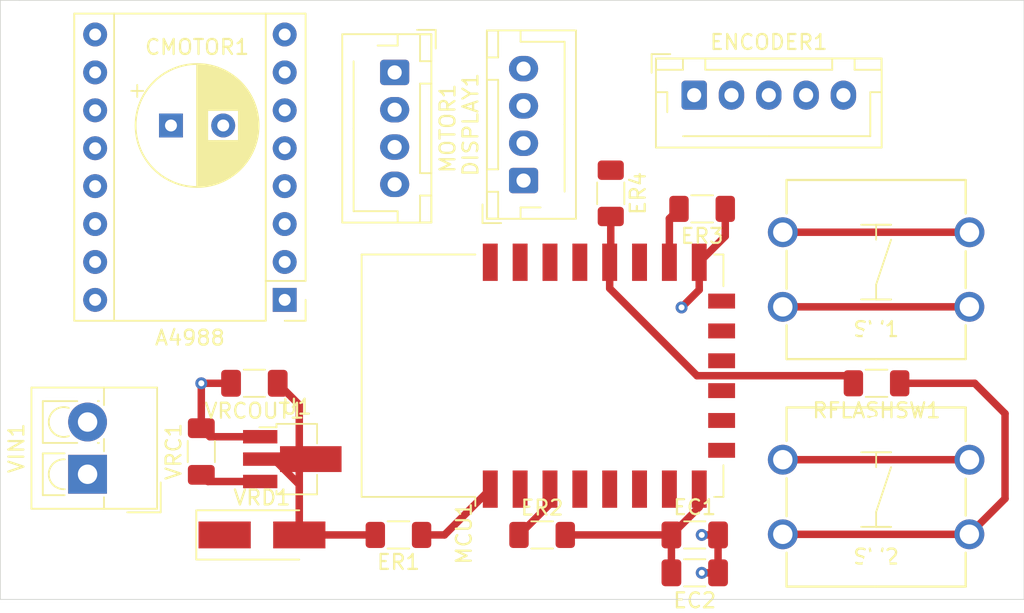
<source format=kicad_pcb>
(kicad_pcb (version 20171130) (host pcbnew "(5.1.7)-1")

  (general
    (thickness 1.6)
    (drawings 5)
    (tracks 56)
    (zones 0)
    (modules 20)
    (nets 30)
  )

  (page A4)
  (title_block
    (title "Product table Main PCB")
    (date 2020-10-23)
    (rev 0)
  )

  (layers
    (0 F.Cu signal)
    (31 B.Cu signal)
    (32 B.Adhes user)
    (33 F.Adhes user)
    (34 B.Paste user)
    (35 F.Paste user)
    (36 B.SilkS user)
    (37 F.SilkS user)
    (38 B.Mask user)
    (39 F.Mask user)
    (40 Dwgs.User user)
    (41 Cmts.User user)
    (42 Eco1.User user)
    (43 Eco2.User user)
    (44 Edge.Cuts user)
    (45 Margin user)
    (46 B.CrtYd user)
    (47 F.CrtYd user)
    (48 B.Fab user hide)
    (49 F.Fab user hide)
  )

  (setup
    (last_trace_width 0.5)
    (user_trace_width 0.26)
    (user_trace_width 0.5)
    (user_trace_width 1)
    (user_trace_width 1.5)
    (user_trace_width 2)
    (trace_clearance 0.2)
    (zone_clearance 0.508)
    (zone_45_only no)
    (trace_min 0.127)
    (via_size 0.8)
    (via_drill 0.4)
    (via_min_size 0.45)
    (via_min_drill 0.2)
    (uvia_size 0.3)
    (uvia_drill 0.1)
    (uvias_allowed no)
    (uvia_min_size 0.2)
    (uvia_min_drill 0.1)
    (edge_width 0.05)
    (segment_width 0.2)
    (pcb_text_width 0.3)
    (pcb_text_size 1.5 1.5)
    (mod_edge_width 0.12)
    (mod_text_size 1 1)
    (mod_text_width 0.15)
    (pad_size 2 2)
    (pad_drill 1.3)
    (pad_to_mask_clearance 0)
    (aux_axis_origin 0 0)
    (grid_origin 105.664 118.364)
    (visible_elements 7FFFFFFF)
    (pcbplotparams
      (layerselection 0x0d0fc_ffffffff)
      (usegerberextensions false)
      (usegerberattributes true)
      (usegerberadvancedattributes true)
      (creategerberjobfile true)
      (excludeedgelayer true)
      (linewidth 0.100000)
      (plotframeref false)
      (viasonmask false)
      (mode 1)
      (useauxorigin false)
      (hpglpennumber 1)
      (hpglpenspeed 20)
      (hpglpendiameter 15.000000)
      (psnegative false)
      (psa4output false)
      (plotreference true)
      (plotvalue true)
      (plotinvisibletext false)
      (padsonsilk false)
      (subtractmaskfromsilk false)
      (outputformat 1)
      (mirror false)
      (drillshape 0)
      (scaleselection 1)
      (outputdirectory ""))
  )

  (net 0 "")
  (net 1 /GPIO2)
  (net 2 +12V)
  (net 3 /GPIO0)
  (net 4 GND)
  (net 5 "Net-(A4988-Pad13)")
  (net 6 "Net-(A4988-Pad6)")
  (net 7 "Net-(A4988-Pad5)")
  (net 8 +3V3)
  (net 9 "Net-(A4988-Pad4)")
  (net 10 "Net-(A4988-Pad3)")
  (net 11 /GPIO4)
  (net 12 /GPIO5)
  (net 13 /GPIO13)
  (net 14 /GPIO12)
  (net 15 /GPIO14)
  (net 16 /esp8266/RST)
  (net 17 /esp8266/EN)
  (net 18 /esp8266/ESPTX)
  (net 19 /esp8266/ESPRX)
  (net 20 /esp8266/GPIO15)
  (net 21 /esp8266/SCLK)
  (net 22 /esp8266/MOSI)
  (net 23 /esp8266/GPIO10)
  (net 24 /esp8266/GPIO9)
  (net 25 /esp8266/MISO)
  (net 26 /esp8266/CS0)
  (net 27 /esp8266/GPIO16)
  (net 28 /esp8266/ADC)
  (net 29 "Net-(RFLASHSW1-Pad1)")

  (net_class Default "This is the default net class."
    (clearance 0.2)
    (trace_width 0.25)
    (via_dia 0.8)
    (via_drill 0.4)
    (uvia_dia 0.3)
    (uvia_drill 0.1)
    (add_net +12V)
    (add_net +3V3)
    (add_net /GPIO0)
    (add_net /GPIO12)
    (add_net /GPIO13)
    (add_net /GPIO14)
    (add_net /GPIO2)
    (add_net /GPIO4)
    (add_net /GPIO5)
    (add_net /esp8266/ADC)
    (add_net /esp8266/CS0)
    (add_net /esp8266/EN)
    (add_net /esp8266/ESPRX)
    (add_net /esp8266/ESPTX)
    (add_net /esp8266/GPIO10)
    (add_net /esp8266/GPIO15)
    (add_net /esp8266/GPIO16)
    (add_net /esp8266/GPIO9)
    (add_net /esp8266/MISO)
    (add_net /esp8266/MOSI)
    (add_net /esp8266/RST)
    (add_net /esp8266/SCLK)
    (add_net GND)
    (add_net "Net-(A4988-Pad13)")
    (add_net "Net-(A4988-Pad3)")
    (add_net "Net-(A4988-Pad4)")
    (add_net "Net-(A4988-Pad5)")
    (add_net "Net-(A4988-Pad6)")
    (add_net "Net-(RFLASHSW1-Pad1)")
  )

  (net_class JLCPCB ""
    (clearance 0.2)
    (trace_width 0.25)
    (via_dia 0.8)
    (via_drill 0.4)
    (uvia_dia 0.3)
    (uvia_drill 0.1)
  )

  (module Diode_SMD:D_SMA_Handsoldering (layer F.Cu) (tedit 58643398) (tstamp 5FA7336C)
    (at 135.636 136.652)
    (descr "Diode SMA (DO-214AC) Handsoldering")
    (tags "Diode SMA (DO-214AC) Handsoldering")
    (path /5F92ECFC/5F92D52D)
    (attr smd)
    (fp_text reference VRD1 (at 0 -2.5) (layer F.SilkS)
      (effects (font (size 1 1) (thickness 0.15)))
    )
    (fp_text value D_Schottky (at 0 2.6) (layer F.Fab)
      (effects (font (size 1 1) (thickness 0.15)))
    )
    (fp_text user %R (at 0 -2.5) (layer F.Fab)
      (effects (font (size 1 1) (thickness 0.15)))
    )
    (fp_line (start -4.4 -1.65) (end -4.4 1.65) (layer F.SilkS) (width 0.12))
    (fp_line (start 2.3 1.5) (end -2.3 1.5) (layer F.Fab) (width 0.1))
    (fp_line (start -2.3 1.5) (end -2.3 -1.5) (layer F.Fab) (width 0.1))
    (fp_line (start 2.3 -1.5) (end 2.3 1.5) (layer F.Fab) (width 0.1))
    (fp_line (start 2.3 -1.5) (end -2.3 -1.5) (layer F.Fab) (width 0.1))
    (fp_line (start -4.5 -1.75) (end 4.5 -1.75) (layer F.CrtYd) (width 0.05))
    (fp_line (start 4.5 -1.75) (end 4.5 1.75) (layer F.CrtYd) (width 0.05))
    (fp_line (start 4.5 1.75) (end -4.5 1.75) (layer F.CrtYd) (width 0.05))
    (fp_line (start -4.5 1.75) (end -4.5 -1.75) (layer F.CrtYd) (width 0.05))
    (fp_line (start -0.64944 0.00102) (end -1.55114 0.00102) (layer F.Fab) (width 0.1))
    (fp_line (start 0.50118 0.00102) (end 1.4994 0.00102) (layer F.Fab) (width 0.1))
    (fp_line (start -0.64944 -0.79908) (end -0.64944 0.80112) (layer F.Fab) (width 0.1))
    (fp_line (start 0.50118 0.75032) (end 0.50118 -0.79908) (layer F.Fab) (width 0.1))
    (fp_line (start -0.64944 0.00102) (end 0.50118 0.75032) (layer F.Fab) (width 0.1))
    (fp_line (start -0.64944 0.00102) (end 0.50118 -0.79908) (layer F.Fab) (width 0.1))
    (fp_line (start -4.4 1.65) (end 2.5 1.65) (layer F.SilkS) (width 0.12))
    (fp_line (start -4.4 -1.65) (end 2.5 -1.65) (layer F.SilkS) (width 0.12))
    (pad 2 smd rect (at 2.5 0) (size 3.5 1.8) (layers F.Cu F.Paste F.Mask)
      (net 8 +3V3))
    (pad 1 smd rect (at -2.5 0) (size 3.5 1.8) (layers F.Cu F.Paste F.Mask)
      (net 2 +12V))
    (model ${KISYS3DMOD}/Diode_SMD.3dshapes/D_SMA.wrl
      (at (xyz 0 0 0))
      (scale (xyz 1 1 1))
      (rotate (xyz 0 0 0))
    )
  )

  (module Capacitor_SMD:C_1206_3216Metric_Pad1.33x1.80mm_HandSolder (layer F.Cu) (tedit 5F68FEEF) (tstamp 5FA73354)
    (at 135.128 126.492 180)
    (descr "Capacitor SMD 1206 (3216 Metric), square (rectangular) end terminal, IPC_7351 nominal with elongated pad for handsoldering. (Body size source: IPC-SM-782 page 76, https://www.pcb-3d.com/wordpress/wp-content/uploads/ipc-sm-782a_amendment_1_and_2.pdf), generated with kicad-footprint-generator")
    (tags "capacitor handsolder")
    (path /5F92ECFC/5F92B425)
    (attr smd)
    (fp_text reference VRCOUT1 (at 0 -1.85) (layer F.SilkS)
      (effects (font (size 1 1) (thickness 0.15)))
    )
    (fp_text value 10uF (at 0 1.85) (layer F.Fab)
      (effects (font (size 1 1) (thickness 0.15)))
    )
    (fp_text user %R (at 0 0) (layer F.Fab)
      (effects (font (size 0.8 0.8) (thickness 0.12)))
    )
    (fp_line (start -1.6 0.8) (end -1.6 -0.8) (layer F.Fab) (width 0.1))
    (fp_line (start -1.6 -0.8) (end 1.6 -0.8) (layer F.Fab) (width 0.1))
    (fp_line (start 1.6 -0.8) (end 1.6 0.8) (layer F.Fab) (width 0.1))
    (fp_line (start 1.6 0.8) (end -1.6 0.8) (layer F.Fab) (width 0.1))
    (fp_line (start -0.711252 -0.91) (end 0.711252 -0.91) (layer F.SilkS) (width 0.12))
    (fp_line (start -0.711252 0.91) (end 0.711252 0.91) (layer F.SilkS) (width 0.12))
    (fp_line (start -2.48 1.15) (end -2.48 -1.15) (layer F.CrtYd) (width 0.05))
    (fp_line (start -2.48 -1.15) (end 2.48 -1.15) (layer F.CrtYd) (width 0.05))
    (fp_line (start 2.48 -1.15) (end 2.48 1.15) (layer F.CrtYd) (width 0.05))
    (fp_line (start 2.48 1.15) (end -2.48 1.15) (layer F.CrtYd) (width 0.05))
    (pad 2 smd roundrect (at 1.5625 0 180) (size 1.325 1.8) (layers F.Cu F.Paste F.Mask) (roundrect_rratio 0.188679)
      (net 4 GND))
    (pad 1 smd roundrect (at -1.5625 0 180) (size 1.325 1.8) (layers F.Cu F.Paste F.Mask) (roundrect_rratio 0.188679)
      (net 8 +3V3))
    (model ${KISYS3DMOD}/Capacitor_SMD.3dshapes/C_1206_3216Metric.wrl
      (at (xyz 0 0 0))
      (scale (xyz 1 1 1))
      (rotate (xyz 0 0 0))
    )
  )

  (module Capacitor_SMD:C_1206_3216Metric_Pad1.33x1.80mm_HandSolder (layer F.Cu) (tedit 5F68FEEF) (tstamp 5FA73343)
    (at 131.572 131.064 90)
    (descr "Capacitor SMD 1206 (3216 Metric), square (rectangular) end terminal, IPC_7351 nominal with elongated pad for handsoldering. (Body size source: IPC-SM-782 page 76, https://www.pcb-3d.com/wordpress/wp-content/uploads/ipc-sm-782a_amendment_1_and_2.pdf), generated with kicad-footprint-generator")
    (tags "capacitor handsolder")
    (path /5F92ECFC/5F921999)
    (attr smd)
    (fp_text reference VRC1 (at 0 -1.85 90) (layer F.SilkS)
      (effects (font (size 1 1) (thickness 0.15)))
    )
    (fp_text value 10uF (at 0 1.85 90) (layer F.Fab)
      (effects (font (size 1 1) (thickness 0.15)))
    )
    (fp_text user %R (at 0 0 90) (layer F.Fab)
      (effects (font (size 0.8 0.8) (thickness 0.12)))
    )
    (fp_line (start -1.6 0.8) (end -1.6 -0.8) (layer F.Fab) (width 0.1))
    (fp_line (start -1.6 -0.8) (end 1.6 -0.8) (layer F.Fab) (width 0.1))
    (fp_line (start 1.6 -0.8) (end 1.6 0.8) (layer F.Fab) (width 0.1))
    (fp_line (start 1.6 0.8) (end -1.6 0.8) (layer F.Fab) (width 0.1))
    (fp_line (start -0.711252 -0.91) (end 0.711252 -0.91) (layer F.SilkS) (width 0.12))
    (fp_line (start -0.711252 0.91) (end 0.711252 0.91) (layer F.SilkS) (width 0.12))
    (fp_line (start -2.48 1.15) (end -2.48 -1.15) (layer F.CrtYd) (width 0.05))
    (fp_line (start -2.48 -1.15) (end 2.48 -1.15) (layer F.CrtYd) (width 0.05))
    (fp_line (start 2.48 -1.15) (end 2.48 1.15) (layer F.CrtYd) (width 0.05))
    (fp_line (start 2.48 1.15) (end -2.48 1.15) (layer F.CrtYd) (width 0.05))
    (pad 2 smd roundrect (at 1.5625 0 90) (size 1.325 1.8) (layers F.Cu F.Paste F.Mask) (roundrect_rratio 0.188679)
      (net 4 GND))
    (pad 1 smd roundrect (at -1.5625 0 90) (size 1.325 1.8) (layers F.Cu F.Paste F.Mask) (roundrect_rratio 0.188679)
      (net 2 +12V))
    (model ${KISYS3DMOD}/Capacitor_SMD.3dshapes/C_1206_3216Metric.wrl
      (at (xyz 0 0 0))
      (scale (xyz 1 1 1))
      (rotate (xyz 0 0 0))
    )
  )

  (module TerminalBlock_4Ucon:TerminalBlock_4Ucon_1x02_P3.50mm_Vertical (layer F.Cu) (tedit 5B294E7F) (tstamp 5FA73332)
    (at 123.952 132.588 90)
    (descr "Terminal Block 4Ucon ItemNo. 10693, vertical (cable from top), 2 pins, pitch 3.5mm, size 8x8.3mm^2, drill diamater 1.3mm, pad diameter 2.6mm, see http://www.4uconnector.com/online/object/4udrawing/10693.pdf, script-generated with , script-generated using https://github.com/pointhi/kicad-footprint-generator/scripts/TerminalBlock_4Ucon")
    (tags "THT Terminal Block 4Ucon ItemNo. 10693 vertical pitch 3.5mm size 8x8.3mm^2 drill 1.3mm pad 2.6mm")
    (path /5F92EFCF)
    (fp_text reference VIN1 (at 1.75 -4.76 90) (layer F.SilkS)
      (effects (font (size 1 1) (thickness 0.15)))
    )
    (fp_text value Terminal (at 1.75 5.66 90) (layer F.Fab)
      (effects (font (size 1 1) (thickness 0.15)))
    )
    (fp_text user %R (at 1.75 3.45 90) (layer F.Fab)
      (effects (font (size 1 1) (thickness 0.15)))
    )
    (fp_arc (start 3.5 -1.6) (end 4.44 -1.258) (angle -220) (layer F.SilkS) (width 0.12))
    (fp_arc (start 0 -1.6) (end 0.998 -1.531) (angle -188) (layer F.SilkS) (width 0.12))
    (fp_circle (center 0 -1.6) (end 1 -1.6) (layer F.Fab) (width 0.1))
    (fp_circle (center 3.5 -1.6) (end 4.5 -1.6) (layer F.Fab) (width 0.1))
    (fp_line (start -2.25 -3.7) (end 5.75 -3.7) (layer F.Fab) (width 0.1))
    (fp_line (start 5.75 -3.7) (end 5.75 4.6) (layer F.Fab) (width 0.1))
    (fp_line (start 5.75 4.6) (end -0.25 4.6) (layer F.Fab) (width 0.1))
    (fp_line (start -0.25 4.6) (end -2.25 2.6) (layer F.Fab) (width 0.1))
    (fp_line (start -2.25 2.6) (end -2.25 -3.7) (layer F.Fab) (width 0.1))
    (fp_line (start -2.25 1.1) (end 5.75 1.1) (layer F.Fab) (width 0.1))
    (fp_line (start -2.31 1.101) (end -1.54 1.101) (layer F.SilkS) (width 0.12))
    (fp_line (start 1.54 1.101) (end 2.367 1.101) (layer F.SilkS) (width 0.12))
    (fp_line (start 4.634 1.101) (end 5.81 1.101) (layer F.SilkS) (width 0.12))
    (fp_line (start -2.31 -3.76) (end 5.81 -3.76) (layer F.SilkS) (width 0.12))
    (fp_line (start -2.31 4.66) (end 5.81 4.66) (layer F.SilkS) (width 0.12))
    (fp_line (start -2.31 -3.76) (end -2.31 4.66) (layer F.SilkS) (width 0.12))
    (fp_line (start 5.81 -3.76) (end 5.81 4.66) (layer F.SilkS) (width 0.12))
    (fp_line (start -1.4 -3) (end 1.4 -3) (layer F.SilkS) (width 0.12))
    (fp_line (start -1.4 -3) (end -1.4 -1.54) (layer F.SilkS) (width 0.12))
    (fp_line (start 1.4 -3) (end 1.4 -1.54) (layer F.SilkS) (width 0.12))
    (fp_line (start -1.4 -3) (end -1.4 0.75) (layer F.Fab) (width 0.1))
    (fp_line (start -1.4 0.75) (end 1.4 0.75) (layer F.Fab) (width 0.1))
    (fp_line (start 1.4 0.75) (end 1.4 -3) (layer F.Fab) (width 0.1))
    (fp_line (start 1.4 -3) (end -1.4 -3) (layer F.Fab) (width 0.1))
    (fp_line (start 2.1 -3) (end 4.9 -3) (layer F.SilkS) (width 0.12))
    (fp_line (start 2.1 0.75) (end 2.101 0.75) (layer F.SilkS) (width 0.12))
    (fp_line (start 4.9 0.75) (end 4.9 0.75) (layer F.SilkS) (width 0.12))
    (fp_line (start 2.1 -3) (end 2.1 -0.689) (layer F.SilkS) (width 0.12))
    (fp_line (start 2.1 0.689) (end 2.1 0.75) (layer F.SilkS) (width 0.12))
    (fp_line (start 4.9 -3) (end 4.9 -0.689) (layer F.SilkS) (width 0.12))
    (fp_line (start 4.9 0.689) (end 4.9 0.75) (layer F.SilkS) (width 0.12))
    (fp_line (start 2.1 -3) (end 2.1 0.75) (layer F.Fab) (width 0.1))
    (fp_line (start 2.1 0.75) (end 4.9 0.75) (layer F.Fab) (width 0.1))
    (fp_line (start 4.9 0.75) (end 4.9 -3) (layer F.Fab) (width 0.1))
    (fp_line (start 4.9 -3) (end 2.1 -3) (layer F.Fab) (width 0.1))
    (fp_line (start -2.55 2.66) (end -2.55 4.9) (layer F.SilkS) (width 0.12))
    (fp_line (start -2.55 4.9) (end -0.55 4.9) (layer F.SilkS) (width 0.12))
    (fp_line (start -2.75 -4.2) (end -2.75 5.11) (layer F.CrtYd) (width 0.05))
    (fp_line (start -2.75 5.11) (end 6.25 5.11) (layer F.CrtYd) (width 0.05))
    (fp_line (start 6.25 5.11) (end 6.25 -4.2) (layer F.CrtYd) (width 0.05))
    (fp_line (start 6.25 -4.2) (end -2.75 -4.2) (layer F.CrtYd) (width 0.05))
    (pad 2 thru_hole circle (at 3.5 0 90) (size 2.6 2.6) (drill 1.3) (layers *.Cu *.Mask)
      (net 4 GND))
    (pad 1 thru_hole rect (at 0 0 90) (size 2.6 2.6) (drill 1.3) (layers *.Cu *.Mask)
      (net 2 +12V))
    (model ${KISYS3DMOD}/TerminalBlock_4Ucon.3dshapes/TerminalBlock_4Ucon_1x02_P3.50mm_Vertical.wrl
      (at (xyz 0 0 0))
      (scale (xyz 1 1 1))
      (rotate (xyz 0 0 0))
    )
  )

  (module Package_TO_SOT_SMD:SOT-89-3_Handsoldering (layer F.Cu) (tedit 5C33D6DD) (tstamp 5FA73302)
    (at 137.668 131.572)
    (descr "SOT-89-3 Handsoldering")
    (tags "SOT-89-3 Handsoldering")
    (path /5F92ECFC/5F922EEB)
    (attr smd)
    (fp_text reference U1 (at 0.3 -3.5) (layer F.SilkS)
      (effects (font (size 1 1) (thickness 0.15)))
    )
    (fp_text value LM1117-3.3 (at 0.3 3.5) (layer F.Fab)
      (effects (font (size 1 1) (thickness 0.15)))
    )
    (fp_text user %R (at 0.5 0 90) (layer F.Fab)
      (effects (font (size 1 1) (thickness 0.15)))
    )
    (fp_line (start 1.66 1.05) (end 1.66 2.36) (layer F.SilkS) (width 0.12))
    (fp_line (start 1.66 2.36) (end -1.06 2.36) (layer F.SilkS) (width 0.12))
    (fp_line (start -2.2 -2.13) (end -1.06 -2.13) (layer F.SilkS) (width 0.12))
    (fp_line (start 1.66 -2.36) (end 1.66 -1.05) (layer F.SilkS) (width 0.12))
    (fp_line (start -0.95 -1.25) (end 0.05 -2.25) (layer F.Fab) (width 0.1))
    (fp_line (start 1.55 -2.25) (end 1.55 2.25) (layer F.Fab) (width 0.1))
    (fp_line (start 1.55 2.25) (end -0.95 2.25) (layer F.Fab) (width 0.1))
    (fp_line (start -0.95 2.25) (end -0.95 -1.25) (layer F.Fab) (width 0.1))
    (fp_line (start 0.05 -2.25) (end 1.55 -2.25) (layer F.Fab) (width 0.1))
    (fp_line (start 3.55 -2.5) (end 3.55 2.5) (layer F.CrtYd) (width 0.05))
    (fp_line (start 3.55 -2.5) (end -3.55 -2.5) (layer F.CrtYd) (width 0.05))
    (fp_line (start -3.55 2.5) (end 3.55 2.5) (layer F.CrtYd) (width 0.05))
    (fp_line (start -3.55 2.5) (end -3.55 -2.5) (layer F.CrtYd) (width 0.05))
    (fp_line (start -1.06 -2.36) (end 1.66 -2.36) (layer F.SilkS) (width 0.12))
    (fp_line (start -1.06 -2.36) (end -1.06 -2.13) (layer F.SilkS) (width 0.12))
    (fp_line (start -1.06 2.36) (end -1.06 2.13) (layer F.SilkS) (width 0.12))
    (pad 2 smd custom (at -2.0625 0) (size 2.475 0.9) (layers F.Cu F.Paste F.Mask)
      (net 8 +3V3) (zone_connect 2)
      (options (clearance outline) (anchor rect))
      (primitives
        (gr_poly (pts
           (xy 1.2375 -0.8665) (xy 5.3625 -0.8665) (xy 5.3625 0.8665) (xy 1.2375 0.8665)) (width 0))
      ))
    (pad 3 smd rect (at -2.15 1.5) (size 2.3 0.9) (layers F.Cu F.Paste F.Mask)
      (net 2 +12V))
    (pad 1 smd rect (at -2.15 -1.5) (size 2.3 0.9) (layers F.Cu F.Paste F.Mask)
      (net 4 GND))
    (model ${KISYS3DMOD}/Package_TO_SOT_SMD.3dshapes/SOT-89-3.wrl
      (at (xyz 0 0 0))
      (scale (xyz 1 1 1))
      (rotate (xyz 0 0 0))
    )
  )

  (module custom-footprints:SW_PUSH_Omron_B3F-4055 (layer F.Cu) (tedit 5F92F1CE) (tstamp 5FA732EA)
    (at 176.784 134.112)
    (descr "Omron B3F-4055 tactile switch")
    (tags "Switch Omron")
    (path /5F92EECA/5FA05630)
    (fp_text reference SW2 (at 0 4) (layer F.SilkS)
      (effects (font (size 1 1) (thickness 0.15)))
    )
    (fp_text value Omron-B3F-4055 (at 0 7) (layer F.Fab)
      (effects (font (size 1 1) (thickness 0.15)))
    )
    (fp_text user REF** (at 0 2) (layer F.Fab)
      (effects (font (size 1 1) (thickness 0.15)))
    )
    (fp_line (start 0 -6) (end -6 -6) (layer F.SilkS) (width 0.12))
    (fp_line (start -6 -6) (end 0 -6) (layer F.SilkS) (width 0.15))
    (fp_line (start 0 -6) (end 6 -6) (layer F.SilkS) (width 0.15))
    (fp_line (start -6 -6) (end -6 -3.757) (layer F.SilkS) (width 0.15))
    (fp_line (start 6 -6) (end 6 -3.757) (layer F.SilkS) (width 0.15))
    (fp_line (start -6 -1.259) (end -6 1.287) (layer F.SilkS) (width 0.15))
    (fp_line (start 6 -1.227) (end 6 1.244) (layer F.SilkS) (width 0.15))
    (fp_line (start -6 6) (end -6 3.732) (layer F.SilkS) (width 0.15))
    (fp_line (start 6 3.731) (end 6 6) (layer F.SilkS) (width 0.15))
    (fp_line (start -6 6) (end 0 6) (layer F.SilkS) (width 0.15))
    (fp_line (start 0 6) (end 6 6) (layer F.SilkS) (width 0.15))
    (fp_line (start -1 -3) (end 1 -3) (layer F.SilkS) (width 0.12))
    (fp_line (start 1 -3) (end 0 -3) (layer F.SilkS) (width 0.12))
    (fp_line (start 0 -3) (end 0 -2) (layer F.SilkS) (width 0.12))
    (fp_line (start -1 2) (end 1 2) (layer F.SilkS) (width 0.12))
    (fp_line (start 1 2) (end 0 2) (layer F.SilkS) (width 0.12))
    (fp_line (start 0 2) (end 0 1) (layer F.SilkS) (width 0.12))
    (fp_line (start 0 1) (end 1 -2) (layer F.SilkS) (width 0.12))
    (fp_line (start -7.5 -6) (end -7.5 6) (layer F.CrtYd) (width 0.12))
    (fp_line (start -7.5 6) (end 8 6) (layer F.CrtYd) (width 0.12))
    (fp_line (start 8 6) (end 8 -6) (layer F.CrtYd) (width 0.12))
    (fp_line (start 8 -6) (end -7.5 -6) (layer F.CrtYd) (width 0.12))
    (pad "" np_thru_hole circle (at 0 4.5) (size 1.8 1.8) (drill 1.8) (layers *.Cu)
      (solder_mask_margin 0.103))
    (pad "" np_thru_hole circle (at 0 -4.5) (size 1.8 1.8) (drill 1.8) (layers *.Cu))
    (pad 1 thru_hole circle (at -6.253 2.499) (size 2 2) (drill 1.3) (layers *.Cu *.Mask)
      (net 29 "Net-(RFLASHSW1-Pad1)") (solder_mask_margin 0.103))
    (pad 2 thru_hole circle (at 6.246 2.497) (size 2 2) (drill 1.3) (layers *.Cu *.Mask)
      (net 29 "Net-(RFLASHSW1-Pad1)") (solder_mask_margin 0.103))
    (pad 3 thru_hole circle (at 6.253 -2.497) (size 2 2) (drill 1.3) (layers *.Cu *.Mask)
      (net 4 GND) (solder_mask_margin 0.103))
    (pad 4 thru_hole circle (at -6.253 -2.5) (size 2 2) (drill 1.3) (layers *.Cu *.Mask)
      (net 4 GND) (solder_mask_margin 0.103))
  )

  (module custom-footprints:SW_PUSH_Omron_B3F-4055 (layer F.Cu) (tedit 5F92F1CE) (tstamp 5FA732C9)
    (at 176.784 118.872)
    (descr "Omron B3F-4055 tactile switch")
    (tags "Switch Omron")
    (path /5F92EECA/5F9FE91A)
    (fp_text reference SW1 (at 0 4) (layer F.SilkS)
      (effects (font (size 1 1) (thickness 0.15)))
    )
    (fp_text value Omron-B3F-4055 (at 0 7) (layer F.Fab)
      (effects (font (size 1 1) (thickness 0.15)))
    )
    (fp_text user REF** (at 0 2) (layer F.Fab)
      (effects (font (size 1 1) (thickness 0.15)))
    )
    (fp_line (start 0 -6) (end -6 -6) (layer F.SilkS) (width 0.12))
    (fp_line (start -6 -6) (end 0 -6) (layer F.SilkS) (width 0.15))
    (fp_line (start 0 -6) (end 6 -6) (layer F.SilkS) (width 0.15))
    (fp_line (start -6 -6) (end -6 -3.757) (layer F.SilkS) (width 0.15))
    (fp_line (start 6 -6) (end 6 -3.757) (layer F.SilkS) (width 0.15))
    (fp_line (start -6 -1.259) (end -6 1.287) (layer F.SilkS) (width 0.15))
    (fp_line (start 6 -1.227) (end 6 1.244) (layer F.SilkS) (width 0.15))
    (fp_line (start -6 6) (end -6 3.732) (layer F.SilkS) (width 0.15))
    (fp_line (start 6 3.731) (end 6 6) (layer F.SilkS) (width 0.15))
    (fp_line (start -6 6) (end 0 6) (layer F.SilkS) (width 0.15))
    (fp_line (start 0 6) (end 6 6) (layer F.SilkS) (width 0.15))
    (fp_line (start -1 -3) (end 1 -3) (layer F.SilkS) (width 0.12))
    (fp_line (start 1 -3) (end 0 -3) (layer F.SilkS) (width 0.12))
    (fp_line (start 0 -3) (end 0 -2) (layer F.SilkS) (width 0.12))
    (fp_line (start -1 2) (end 1 2) (layer F.SilkS) (width 0.12))
    (fp_line (start 1 2) (end 0 2) (layer F.SilkS) (width 0.12))
    (fp_line (start 0 2) (end 0 1) (layer F.SilkS) (width 0.12))
    (fp_line (start 0 1) (end 1 -2) (layer F.SilkS) (width 0.12))
    (fp_line (start -7.5 -6) (end -7.5 6) (layer F.CrtYd) (width 0.12))
    (fp_line (start -7.5 6) (end 8 6) (layer F.CrtYd) (width 0.12))
    (fp_line (start 8 6) (end 8 -6) (layer F.CrtYd) (width 0.12))
    (fp_line (start 8 -6) (end -7.5 -6) (layer F.CrtYd) (width 0.12))
    (pad "" np_thru_hole circle (at 0 4.5) (size 1.8 1.8) (drill 1.8) (layers *.Cu)
      (solder_mask_margin 0.103))
    (pad "" np_thru_hole circle (at 0 -4.5) (size 1.8 1.8) (drill 1.8) (layers *.Cu))
    (pad 1 thru_hole circle (at -6.253 2.499) (size 2 2) (drill 1.3) (layers *.Cu *.Mask)
      (net 4 GND) (solder_mask_margin 0.103))
    (pad 2 thru_hole circle (at 6.246 2.497) (size 2 2) (drill 1.3) (layers *.Cu *.Mask)
      (net 4 GND) (solder_mask_margin 0.103))
    (pad 3 thru_hole circle (at 6.253 -2.497) (size 2 2) (drill 1.3) (layers *.Cu *.Mask)
      (net 16 /esp8266/RST) (solder_mask_margin 0.103))
    (pad 4 thru_hole circle (at -6.253 -2.5) (size 2 2) (drill 1.3) (layers *.Cu *.Mask)
      (net 16 /esp8266/RST) (solder_mask_margin 0.103))
  )

  (module Resistor_SMD:R_1206_3216Metric_Pad1.30x1.75mm_HandSolder (layer F.Cu) (tedit 5F68FEEE) (tstamp 5FA732A8)
    (at 176.81 126.492 180)
    (descr "Resistor SMD 1206 (3216 Metric), square (rectangular) end terminal, IPC_7351 nominal with elongated pad for handsoldering. (Body size source: IPC-SM-782 page 72, https://www.pcb-3d.com/wordpress/wp-content/uploads/ipc-sm-782a_amendment_1_and_2.pdf), generated with kicad-footprint-generator")
    (tags "resistor handsolder")
    (path /5F92EECA/5F9378AC)
    (attr smd)
    (fp_text reference RFLASHSW1 (at 0 -1.82) (layer F.SilkS)
      (effects (font (size 1 1) (thickness 0.15)))
    )
    (fp_text value 100 (at 0 1.82) (layer F.Fab)
      (effects (font (size 1 1) (thickness 0.15)))
    )
    (fp_text user %R (at 0 0) (layer F.Fab)
      (effects (font (size 0.8 0.8) (thickness 0.12)))
    )
    (fp_line (start -1.6 0.8) (end -1.6 -0.8) (layer F.Fab) (width 0.1))
    (fp_line (start -1.6 -0.8) (end 1.6 -0.8) (layer F.Fab) (width 0.1))
    (fp_line (start 1.6 -0.8) (end 1.6 0.8) (layer F.Fab) (width 0.1))
    (fp_line (start 1.6 0.8) (end -1.6 0.8) (layer F.Fab) (width 0.1))
    (fp_line (start -0.727064 -0.91) (end 0.727064 -0.91) (layer F.SilkS) (width 0.12))
    (fp_line (start -0.727064 0.91) (end 0.727064 0.91) (layer F.SilkS) (width 0.12))
    (fp_line (start -2.45 1.12) (end -2.45 -1.12) (layer F.CrtYd) (width 0.05))
    (fp_line (start -2.45 -1.12) (end 2.45 -1.12) (layer F.CrtYd) (width 0.05))
    (fp_line (start 2.45 -1.12) (end 2.45 1.12) (layer F.CrtYd) (width 0.05))
    (fp_line (start 2.45 1.12) (end -2.45 1.12) (layer F.CrtYd) (width 0.05))
    (pad 2 smd roundrect (at 1.55 0 180) (size 1.3 1.75) (layers F.Cu F.Paste F.Mask) (roundrect_rratio 0.192308)
      (net 3 /GPIO0))
    (pad 1 smd roundrect (at -1.55 0 180) (size 1.3 1.75) (layers F.Cu F.Paste F.Mask) (roundrect_rratio 0.192308)
      (net 29 "Net-(RFLASHSW1-Pad1)"))
    (model ${KISYS3DMOD}/Resistor_SMD.3dshapes/R_1206_3216Metric.wrl
      (at (xyz 0 0 0))
      (scale (xyz 1 1 1))
      (rotate (xyz 0 0 0))
    )
  )

  (module Connector_JST:JST_XH_B4B-XH-AM_1x04_P2.50mm_Vertical (layer F.Cu) (tedit 5C28146E) (tstamp 5FA73297)
    (at 144.526 105.664 270)
    (descr "JST XH series connector, B4B-XH-AM, with boss (http://www.jst-mfg.com/product/pdf/eng/eXH.pdf), generated with kicad-footprint-generator")
    (tags "connector JST XH vertical boss")
    (path /5F93027C)
    (fp_text reference MOTOR1 (at 3.75 -3.55 90) (layer F.SilkS)
      (effects (font (size 1 1) (thickness 0.15)))
    )
    (fp_text value Conn_01x04 (at 3.75 4.6 90) (layer F.Fab)
      (effects (font (size 1 1) (thickness 0.15)))
    )
    (fp_text user %R (at 3.75 2.7 90) (layer F.Fab)
      (effects (font (size 1 1) (thickness 0.15)))
    )
    (fp_line (start -2.45 -2.35) (end -2.45 3.4) (layer F.Fab) (width 0.1))
    (fp_line (start -2.45 3.4) (end 9.95 3.4) (layer F.Fab) (width 0.1))
    (fp_line (start 9.95 3.4) (end 9.95 -2.35) (layer F.Fab) (width 0.1))
    (fp_line (start 9.95 -2.35) (end -2.45 -2.35) (layer F.Fab) (width 0.1))
    (fp_line (start -2.56 -2.46) (end -2.56 3.51) (layer F.SilkS) (width 0.12))
    (fp_line (start -2.56 3.51) (end 10.06 3.51) (layer F.SilkS) (width 0.12))
    (fp_line (start 10.06 3.51) (end 10.06 -2.46) (layer F.SilkS) (width 0.12))
    (fp_line (start 10.06 -2.46) (end -2.56 -2.46) (layer F.SilkS) (width 0.12))
    (fp_line (start -2.95 -2.85) (end -2.95 3.9) (layer F.CrtYd) (width 0.05))
    (fp_line (start -2.95 3.9) (end 10.45 3.9) (layer F.CrtYd) (width 0.05))
    (fp_line (start 10.45 3.9) (end 10.45 -2.85) (layer F.CrtYd) (width 0.05))
    (fp_line (start 10.45 -2.85) (end -2.95 -2.85) (layer F.CrtYd) (width 0.05))
    (fp_line (start -0.625 -2.35) (end 0 -1.35) (layer F.Fab) (width 0.1))
    (fp_line (start 0 -1.35) (end 0.625 -2.35) (layer F.Fab) (width 0.1))
    (fp_line (start 0.75 -2.45) (end 0.75 -1.7) (layer F.SilkS) (width 0.12))
    (fp_line (start 0.75 -1.7) (end 6.75 -1.7) (layer F.SilkS) (width 0.12))
    (fp_line (start 6.75 -1.7) (end 6.75 -2.45) (layer F.SilkS) (width 0.12))
    (fp_line (start 6.75 -2.45) (end 0.75 -2.45) (layer F.SilkS) (width 0.12))
    (fp_line (start -2.55 -2.45) (end -2.55 -1.7) (layer F.SilkS) (width 0.12))
    (fp_line (start -2.55 -1.7) (end -0.75 -1.7) (layer F.SilkS) (width 0.12))
    (fp_line (start -0.75 -1.7) (end -0.75 -2.45) (layer F.SilkS) (width 0.12))
    (fp_line (start -0.75 -2.45) (end -2.55 -2.45) (layer F.SilkS) (width 0.12))
    (fp_line (start 8.25 -2.45) (end 8.25 -1.7) (layer F.SilkS) (width 0.12))
    (fp_line (start 8.25 -1.7) (end 10.05 -1.7) (layer F.SilkS) (width 0.12))
    (fp_line (start 10.05 -1.7) (end 10.05 -2.45) (layer F.SilkS) (width 0.12))
    (fp_line (start 10.05 -2.45) (end 8.25 -2.45) (layer F.SilkS) (width 0.12))
    (fp_line (start -2.55 -0.2) (end -1.8 -0.2) (layer F.SilkS) (width 0.12))
    (fp_line (start -1.8 -0.2) (end -1.8 1.14) (layer F.SilkS) (width 0.12))
    (fp_line (start 3.75 2.75) (end -0.74 2.75) (layer F.SilkS) (width 0.12))
    (fp_line (start 10.05 -0.2) (end 9.3 -0.2) (layer F.SilkS) (width 0.12))
    (fp_line (start 9.3 -0.2) (end 9.3 2.75) (layer F.SilkS) (width 0.12))
    (fp_line (start 9.3 2.75) (end 3.75 2.75) (layer F.SilkS) (width 0.12))
    (fp_line (start -1.6 -2.75) (end -2.85 -2.75) (layer F.SilkS) (width 0.12))
    (fp_line (start -2.85 -2.75) (end -2.85 -1.5) (layer F.SilkS) (width 0.12))
    (pad "" np_thru_hole circle (at -1.6 2 270) (size 1.2 1.2) (drill 1.2) (layers *.Cu *.Mask))
    (pad 4 thru_hole oval (at 7.5 0 270) (size 1.7 1.95) (drill 0.95) (layers *.Cu *.Mask)
      (net 6 "Net-(A4988-Pad6)"))
    (pad 3 thru_hole oval (at 5 0 270) (size 1.7 1.95) (drill 0.95) (layers *.Cu *.Mask)
      (net 7 "Net-(A4988-Pad5)"))
    (pad 2 thru_hole oval (at 2.5 0 270) (size 1.7 1.95) (drill 0.95) (layers *.Cu *.Mask)
      (net 9 "Net-(A4988-Pad4)"))
    (pad 1 thru_hole roundrect (at 0 0 270) (size 1.7 1.95) (drill 0.95) (layers *.Cu *.Mask) (roundrect_rratio 0.147059)
      (net 10 "Net-(A4988-Pad3)"))
    (model ${KISYS3DMOD}/Connector_JST.3dshapes/JST_XH_B4B-XH-AM_1x04_P2.50mm_Vertical.wrl
      (at (xyz 0 0 0))
      (scale (xyz 1 1 1))
      (rotate (xyz 0 0 0))
    )
  )

  (module RF_Module:ESP-12E (layer F.Cu) (tedit 5A030172) (tstamp 5FA7326B)
    (at 154.432 125.984 90)
    (descr "Wi-Fi Module, http://wiki.ai-thinker.com/_media/esp8266/docs/aithinker_esp_12f_datasheet_en.pdf")
    (tags "Wi-Fi Module")
    (path /5F92EECA/5F929592)
    (attr smd)
    (fp_text reference MCU1 (at -10.56 -5.26 90) (layer F.SilkS)
      (effects (font (size 1 1) (thickness 0.15)))
    )
    (fp_text value ESP-12F (at -0.06 -12.78 90) (layer F.Fab)
      (effects (font (size 1 1) (thickness 0.15)))
    )
    (fp_text user %R (at 0.49 -0.8 90) (layer F.Fab)
      (effects (font (size 1 1) (thickness 0.15)))
    )
    (fp_text user "KEEP-OUT ZONE" (at 0.03 -9.55 270) (layer Cmts.User)
      (effects (font (size 1 1) (thickness 0.15)))
    )
    (fp_text user Antenna (at -0.06 -7 270) (layer Cmts.User)
      (effects (font (size 1 1) (thickness 0.15)))
    )
    (fp_line (start -8 -12) (end 8 -12) (layer F.Fab) (width 0.12))
    (fp_line (start 8 -12) (end 8 12) (layer F.Fab) (width 0.12))
    (fp_line (start 8 12) (end -8 12) (layer F.Fab) (width 0.12))
    (fp_line (start -8 12) (end -8 -3) (layer F.Fab) (width 0.12))
    (fp_line (start -8 -3) (end -7.5 -3.5) (layer F.Fab) (width 0.12))
    (fp_line (start -7.5 -3.5) (end -8 -4) (layer F.Fab) (width 0.12))
    (fp_line (start -8 -4) (end -8 -12) (layer F.Fab) (width 0.12))
    (fp_line (start -9.05 -12.2) (end 9.05 -12.2) (layer F.CrtYd) (width 0.05))
    (fp_line (start 9.05 -12.2) (end 9.05 13.1) (layer F.CrtYd) (width 0.05))
    (fp_line (start 9.05 13.1) (end -9.05 13.1) (layer F.CrtYd) (width 0.05))
    (fp_line (start -9.05 13.1) (end -9.05 -12.2) (layer F.CrtYd) (width 0.05))
    (fp_line (start -8.12 -12.12) (end 8.12 -12.12) (layer F.SilkS) (width 0.12))
    (fp_line (start 8.12 -12.12) (end 8.12 -4.5) (layer F.SilkS) (width 0.12))
    (fp_line (start 8.12 11.5) (end 8.12 12.12) (layer F.SilkS) (width 0.12))
    (fp_line (start 8.12 12.12) (end 6 12.12) (layer F.SilkS) (width 0.12))
    (fp_line (start -6 12.12) (end -8.12 12.12) (layer F.SilkS) (width 0.12))
    (fp_line (start -8.12 12.12) (end -8.12 11.5) (layer F.SilkS) (width 0.12))
    (fp_line (start -8.12 -4.5) (end -8.12 -12.12) (layer F.SilkS) (width 0.12))
    (fp_line (start -8.12 -4.5) (end -8.73 -4.5) (layer F.SilkS) (width 0.12))
    (fp_line (start -8.12 -12.12) (end 8.12 -12.12) (layer Dwgs.User) (width 0.12))
    (fp_line (start 8.12 -12.12) (end 8.12 -4.8) (layer Dwgs.User) (width 0.12))
    (fp_line (start 8.12 -4.8) (end -8.12 -4.8) (layer Dwgs.User) (width 0.12))
    (fp_line (start -8.12 -4.8) (end -8.12 -12.12) (layer Dwgs.User) (width 0.12))
    (fp_line (start -8.12 -9.12) (end -5.12 -12.12) (layer Dwgs.User) (width 0.12))
    (fp_line (start -8.12 -6.12) (end -2.12 -12.12) (layer Dwgs.User) (width 0.12))
    (fp_line (start -6.44 -4.8) (end 0.88 -12.12) (layer Dwgs.User) (width 0.12))
    (fp_line (start -3.44 -4.8) (end 3.88 -12.12) (layer Dwgs.User) (width 0.12))
    (fp_line (start -0.44 -4.8) (end 6.88 -12.12) (layer Dwgs.User) (width 0.12))
    (fp_line (start 2.56 -4.8) (end 8.12 -10.36) (layer Dwgs.User) (width 0.12))
    (fp_line (start 5.56 -4.8) (end 8.12 -7.36) (layer Dwgs.User) (width 0.12))
    (pad 22 smd rect (at 7.6 -3.5 90) (size 2.5 1) (layers F.Cu F.Paste F.Mask)
      (net 18 /esp8266/ESPTX))
    (pad 21 smd rect (at 7.6 -1.5 90) (size 2.5 1) (layers F.Cu F.Paste F.Mask)
      (net 19 /esp8266/ESPRX))
    (pad 20 smd rect (at 7.6 0.5 90) (size 2.5 1) (layers F.Cu F.Paste F.Mask)
      (net 12 /GPIO5))
    (pad 19 smd rect (at 7.6 2.5 90) (size 2.5 1) (layers F.Cu F.Paste F.Mask)
      (net 11 /GPIO4))
    (pad 18 smd rect (at 7.6 4.5 90) (size 2.5 1) (layers F.Cu F.Paste F.Mask)
      (net 3 /GPIO0))
    (pad 17 smd rect (at 7.6 6.5 90) (size 2.5 1) (layers F.Cu F.Paste F.Mask)
      (net 1 /GPIO2))
    (pad 16 smd rect (at 7.6 8.5 90) (size 2.5 1) (layers F.Cu F.Paste F.Mask)
      (net 20 /esp8266/GPIO15))
    (pad 15 smd rect (at 7.6 10.5 90) (size 2.5 1) (layers F.Cu F.Paste F.Mask)
      (net 4 GND))
    (pad 14 smd rect (at 5 12 90) (size 1 1.8) (layers F.Cu F.Paste F.Mask)
      (net 21 /esp8266/SCLK))
    (pad 13 smd rect (at 3 12 90) (size 1 1.8) (layers F.Cu F.Paste F.Mask)
      (net 22 /esp8266/MOSI))
    (pad 12 smd rect (at 1 12 90) (size 1 1.8) (layers F.Cu F.Paste F.Mask)
      (net 23 /esp8266/GPIO10))
    (pad 11 smd rect (at -1 12 90) (size 1 1.8) (layers F.Cu F.Paste F.Mask)
      (net 24 /esp8266/GPIO9))
    (pad 10 smd rect (at -3 12 90) (size 1 1.8) (layers F.Cu F.Paste F.Mask)
      (net 25 /esp8266/MISO))
    (pad 9 smd rect (at -5 12 90) (size 1 1.8) (layers F.Cu F.Paste F.Mask)
      (net 26 /esp8266/CS0))
    (pad 8 smd rect (at -7.6 10.5 90) (size 2.5 1) (layers F.Cu F.Paste F.Mask)
      (net 8 +3V3))
    (pad 7 smd rect (at -7.6 8.5 90) (size 2.5 1) (layers F.Cu F.Paste F.Mask)
      (net 13 /GPIO13))
    (pad 6 smd rect (at -7.6 6.5 90) (size 2.5 1) (layers F.Cu F.Paste F.Mask)
      (net 14 /GPIO12))
    (pad 5 smd rect (at -7.6 4.5 90) (size 2.5 1) (layers F.Cu F.Paste F.Mask)
      (net 15 /GPIO14))
    (pad 4 smd rect (at -7.6 2.5 90) (size 2.5 1) (layers F.Cu F.Paste F.Mask)
      (net 27 /esp8266/GPIO16))
    (pad 3 smd rect (at -7.6 0.5 90) (size 2.5 1) (layers F.Cu F.Paste F.Mask)
      (net 17 /esp8266/EN))
    (pad 2 smd rect (at -7.6 -1.5 90) (size 2.5 1) (layers F.Cu F.Paste F.Mask)
      (net 28 /esp8266/ADC))
    (pad 1 smd rect (at -7.6 -3.5 90) (size 2.5 1) (layers F.Cu F.Paste F.Mask)
      (net 16 /esp8266/RST))
    (model ${KISYS3DMOD}/RF_Module.3dshapes/ESP-12E.wrl
      (at (xyz 0 0 0))
      (scale (xyz 1 1 1))
      (rotate (xyz 0 0 0))
    )
  )

  (module Resistor_SMD:R_1206_3216Metric_Pad1.30x1.75mm_HandSolder (layer F.Cu) (tedit 5F68FEEE) (tstamp 5FA73230)
    (at 159.004 113.766 270)
    (descr "Resistor SMD 1206 (3216 Metric), square (rectangular) end terminal, IPC_7351 nominal with elongated pad for handsoldering. (Body size source: IPC-SM-782 page 72, https://www.pcb-3d.com/wordpress/wp-content/uploads/ipc-sm-782a_amendment_1_and_2.pdf), generated with kicad-footprint-generator")
    (tags "resistor handsolder")
    (path /5F92EECA/5F9369E2)
    (attr smd)
    (fp_text reference ER4 (at 0 -1.82 90) (layer F.SilkS)
      (effects (font (size 1 1) (thickness 0.15)))
    )
    (fp_text value 10K (at 0 1.82 90) (layer F.Fab)
      (effects (font (size 1 1) (thickness 0.15)))
    )
    (fp_text user %R (at 0 0 90) (layer F.Fab)
      (effects (font (size 0.8 0.8) (thickness 0.12)))
    )
    (fp_line (start -1.6 0.8) (end -1.6 -0.8) (layer F.Fab) (width 0.1))
    (fp_line (start -1.6 -0.8) (end 1.6 -0.8) (layer F.Fab) (width 0.1))
    (fp_line (start 1.6 -0.8) (end 1.6 0.8) (layer F.Fab) (width 0.1))
    (fp_line (start 1.6 0.8) (end -1.6 0.8) (layer F.Fab) (width 0.1))
    (fp_line (start -0.727064 -0.91) (end 0.727064 -0.91) (layer F.SilkS) (width 0.12))
    (fp_line (start -0.727064 0.91) (end 0.727064 0.91) (layer F.SilkS) (width 0.12))
    (fp_line (start -2.45 1.12) (end -2.45 -1.12) (layer F.CrtYd) (width 0.05))
    (fp_line (start -2.45 -1.12) (end 2.45 -1.12) (layer F.CrtYd) (width 0.05))
    (fp_line (start 2.45 -1.12) (end 2.45 1.12) (layer F.CrtYd) (width 0.05))
    (fp_line (start 2.45 1.12) (end -2.45 1.12) (layer F.CrtYd) (width 0.05))
    (pad 2 smd roundrect (at 1.55 0 270) (size 1.3 1.75) (layers F.Cu F.Paste F.Mask) (roundrect_rratio 0.192308)
      (net 3 /GPIO0))
    (pad 1 smd roundrect (at -1.55 0 270) (size 1.3 1.75) (layers F.Cu F.Paste F.Mask) (roundrect_rratio 0.192308)
      (net 8 +3V3))
    (model ${KISYS3DMOD}/Resistor_SMD.3dshapes/R_1206_3216Metric.wrl
      (at (xyz 0 0 0))
      (scale (xyz 1 1 1))
      (rotate (xyz 0 0 0))
    )
  )

  (module Resistor_SMD:R_1206_3216Metric_Pad1.30x1.75mm_HandSolder (layer F.Cu) (tedit 5F68FEEE) (tstamp 5FA7321F)
    (at 165.126 114.808 180)
    (descr "Resistor SMD 1206 (3216 Metric), square (rectangular) end terminal, IPC_7351 nominal with elongated pad for handsoldering. (Body size source: IPC-SM-782 page 72, https://www.pcb-3d.com/wordpress/wp-content/uploads/ipc-sm-782a_amendment_1_and_2.pdf), generated with kicad-footprint-generator")
    (tags "resistor handsolder")
    (path /5F92EECA/5F93892C)
    (attr smd)
    (fp_text reference ER3 (at 0 -1.82) (layer F.SilkS)
      (effects (font (size 1 1) (thickness 0.15)))
    )
    (fp_text value 10K (at 0 1.82) (layer F.Fab)
      (effects (font (size 1 1) (thickness 0.15)))
    )
    (fp_text user %R (at 0 0) (layer F.Fab)
      (effects (font (size 0.8 0.8) (thickness 0.12)))
    )
    (fp_line (start -1.6 0.8) (end -1.6 -0.8) (layer F.Fab) (width 0.1))
    (fp_line (start -1.6 -0.8) (end 1.6 -0.8) (layer F.Fab) (width 0.1))
    (fp_line (start 1.6 -0.8) (end 1.6 0.8) (layer F.Fab) (width 0.1))
    (fp_line (start 1.6 0.8) (end -1.6 0.8) (layer F.Fab) (width 0.1))
    (fp_line (start -0.727064 -0.91) (end 0.727064 -0.91) (layer F.SilkS) (width 0.12))
    (fp_line (start -0.727064 0.91) (end 0.727064 0.91) (layer F.SilkS) (width 0.12))
    (fp_line (start -2.45 1.12) (end -2.45 -1.12) (layer F.CrtYd) (width 0.05))
    (fp_line (start -2.45 -1.12) (end 2.45 -1.12) (layer F.CrtYd) (width 0.05))
    (fp_line (start 2.45 -1.12) (end 2.45 1.12) (layer F.CrtYd) (width 0.05))
    (fp_line (start 2.45 1.12) (end -2.45 1.12) (layer F.CrtYd) (width 0.05))
    (pad 2 smd roundrect (at 1.55 0 180) (size 1.3 1.75) (layers F.Cu F.Paste F.Mask) (roundrect_rratio 0.192308)
      (net 20 /esp8266/GPIO15))
    (pad 1 smd roundrect (at -1.55 0 180) (size 1.3 1.75) (layers F.Cu F.Paste F.Mask) (roundrect_rratio 0.192308)
      (net 4 GND))
    (model ${KISYS3DMOD}/Resistor_SMD.3dshapes/R_1206_3216Metric.wrl
      (at (xyz 0 0 0))
      (scale (xyz 1 1 1))
      (rotate (xyz 0 0 0))
    )
  )

  (module Resistor_SMD:R_1206_3216Metric_Pad1.30x1.75mm_HandSolder (layer F.Cu) (tedit 5F68FEEE) (tstamp 5FA7320E)
    (at 154.406 136.652)
    (descr "Resistor SMD 1206 (3216 Metric), square (rectangular) end terminal, IPC_7351 nominal with elongated pad for handsoldering. (Body size source: IPC-SM-782 page 72, https://www.pcb-3d.com/wordpress/wp-content/uploads/ipc-sm-782a_amendment_1_and_2.pdf), generated with kicad-footprint-generator")
    (tags "resistor handsolder")
    (path /5F92EECA/5F92B5B3)
    (attr smd)
    (fp_text reference ER2 (at 0 -1.82) (layer F.SilkS)
      (effects (font (size 1 1) (thickness 0.15)))
    )
    (fp_text value 10K (at 0 1.82) (layer F.Fab)
      (effects (font (size 1 1) (thickness 0.15)))
    )
    (fp_text user %R (at 0 0) (layer F.Fab)
      (effects (font (size 0.8 0.8) (thickness 0.12)))
    )
    (fp_line (start -1.6 0.8) (end -1.6 -0.8) (layer F.Fab) (width 0.1))
    (fp_line (start -1.6 -0.8) (end 1.6 -0.8) (layer F.Fab) (width 0.1))
    (fp_line (start 1.6 -0.8) (end 1.6 0.8) (layer F.Fab) (width 0.1))
    (fp_line (start 1.6 0.8) (end -1.6 0.8) (layer F.Fab) (width 0.1))
    (fp_line (start -0.727064 -0.91) (end 0.727064 -0.91) (layer F.SilkS) (width 0.12))
    (fp_line (start -0.727064 0.91) (end 0.727064 0.91) (layer F.SilkS) (width 0.12))
    (fp_line (start -2.45 1.12) (end -2.45 -1.12) (layer F.CrtYd) (width 0.05))
    (fp_line (start -2.45 -1.12) (end 2.45 -1.12) (layer F.CrtYd) (width 0.05))
    (fp_line (start 2.45 -1.12) (end 2.45 1.12) (layer F.CrtYd) (width 0.05))
    (fp_line (start 2.45 1.12) (end -2.45 1.12) (layer F.CrtYd) (width 0.05))
    (pad 2 smd roundrect (at 1.55 0) (size 1.3 1.75) (layers F.Cu F.Paste F.Mask) (roundrect_rratio 0.192308)
      (net 8 +3V3))
    (pad 1 smd roundrect (at -1.55 0) (size 1.3 1.75) (layers F.Cu F.Paste F.Mask) (roundrect_rratio 0.192308)
      (net 17 /esp8266/EN))
    (model ${KISYS3DMOD}/Resistor_SMD.3dshapes/R_1206_3216Metric.wrl
      (at (xyz 0 0 0))
      (scale (xyz 1 1 1))
      (rotate (xyz 0 0 0))
    )
  )

  (module Resistor_SMD:R_1206_3216Metric_Pad1.30x1.75mm_HandSolder (layer F.Cu) (tedit 5F68FEEE) (tstamp 5FA731FD)
    (at 144.78 136.652 180)
    (descr "Resistor SMD 1206 (3216 Metric), square (rectangular) end terminal, IPC_7351 nominal with elongated pad for handsoldering. (Body size source: IPC-SM-782 page 72, https://www.pcb-3d.com/wordpress/wp-content/uploads/ipc-sm-782a_amendment_1_and_2.pdf), generated with kicad-footprint-generator")
    (tags "resistor handsolder")
    (path /5F92EECA/5F92A805)
    (attr smd)
    (fp_text reference ER1 (at 0 -1.82) (layer F.SilkS)
      (effects (font (size 1 1) (thickness 0.15)))
    )
    (fp_text value 10K (at 0 1.82) (layer F.Fab)
      (effects (font (size 1 1) (thickness 0.15)))
    )
    (fp_text user %R (at 0 0) (layer F.Fab)
      (effects (font (size 0.8 0.8) (thickness 0.12)))
    )
    (fp_line (start -1.6 0.8) (end -1.6 -0.8) (layer F.Fab) (width 0.1))
    (fp_line (start -1.6 -0.8) (end 1.6 -0.8) (layer F.Fab) (width 0.1))
    (fp_line (start 1.6 -0.8) (end 1.6 0.8) (layer F.Fab) (width 0.1))
    (fp_line (start 1.6 0.8) (end -1.6 0.8) (layer F.Fab) (width 0.1))
    (fp_line (start -0.727064 -0.91) (end 0.727064 -0.91) (layer F.SilkS) (width 0.12))
    (fp_line (start -0.727064 0.91) (end 0.727064 0.91) (layer F.SilkS) (width 0.12))
    (fp_line (start -2.45 1.12) (end -2.45 -1.12) (layer F.CrtYd) (width 0.05))
    (fp_line (start -2.45 -1.12) (end 2.45 -1.12) (layer F.CrtYd) (width 0.05))
    (fp_line (start 2.45 -1.12) (end 2.45 1.12) (layer F.CrtYd) (width 0.05))
    (fp_line (start 2.45 1.12) (end -2.45 1.12) (layer F.CrtYd) (width 0.05))
    (pad 2 smd roundrect (at 1.55 0 180) (size 1.3 1.75) (layers F.Cu F.Paste F.Mask) (roundrect_rratio 0.192308)
      (net 8 +3V3))
    (pad 1 smd roundrect (at -1.55 0 180) (size 1.3 1.75) (layers F.Cu F.Paste F.Mask) (roundrect_rratio 0.192308)
      (net 16 /esp8266/RST))
    (model ${KISYS3DMOD}/Resistor_SMD.3dshapes/R_1206_3216Metric.wrl
      (at (xyz 0 0 0))
      (scale (xyz 1 1 1))
      (rotate (xyz 0 0 0))
    )
  )

  (module Connector_JST:JST_XH_B5B-XH-AM_1x05_P2.50mm_Vertical (layer F.Cu) (tedit 5C28146E) (tstamp 5FA731EC)
    (at 164.592 107.188)
    (descr "JST XH series connector, B5B-XH-AM, with boss (http://www.jst-mfg.com/product/pdf/eng/eXH.pdf), generated with kicad-footprint-generator")
    (tags "connector JST XH vertical boss")
    (path /5F931A69)
    (fp_text reference ENCODER1 (at 5 -3.55) (layer F.SilkS)
      (effects (font (size 1 1) (thickness 0.15)))
    )
    (fp_text value Conn_01x05 (at 5 4.6) (layer F.Fab)
      (effects (font (size 1 1) (thickness 0.15)))
    )
    (fp_text user %R (at 5 2.7) (layer F.Fab)
      (effects (font (size 1 1) (thickness 0.15)))
    )
    (fp_line (start -2.45 -2.35) (end -2.45 3.4) (layer F.Fab) (width 0.1))
    (fp_line (start -2.45 3.4) (end 12.45 3.4) (layer F.Fab) (width 0.1))
    (fp_line (start 12.45 3.4) (end 12.45 -2.35) (layer F.Fab) (width 0.1))
    (fp_line (start 12.45 -2.35) (end -2.45 -2.35) (layer F.Fab) (width 0.1))
    (fp_line (start -2.56 -2.46) (end -2.56 3.51) (layer F.SilkS) (width 0.12))
    (fp_line (start -2.56 3.51) (end 12.56 3.51) (layer F.SilkS) (width 0.12))
    (fp_line (start 12.56 3.51) (end 12.56 -2.46) (layer F.SilkS) (width 0.12))
    (fp_line (start 12.56 -2.46) (end -2.56 -2.46) (layer F.SilkS) (width 0.12))
    (fp_line (start -2.95 -2.85) (end -2.95 3.9) (layer F.CrtYd) (width 0.05))
    (fp_line (start -2.95 3.9) (end 12.95 3.9) (layer F.CrtYd) (width 0.05))
    (fp_line (start 12.95 3.9) (end 12.95 -2.85) (layer F.CrtYd) (width 0.05))
    (fp_line (start 12.95 -2.85) (end -2.95 -2.85) (layer F.CrtYd) (width 0.05))
    (fp_line (start -0.625 -2.35) (end 0 -1.35) (layer F.Fab) (width 0.1))
    (fp_line (start 0 -1.35) (end 0.625 -2.35) (layer F.Fab) (width 0.1))
    (fp_line (start 0.75 -2.45) (end 0.75 -1.7) (layer F.SilkS) (width 0.12))
    (fp_line (start 0.75 -1.7) (end 9.25 -1.7) (layer F.SilkS) (width 0.12))
    (fp_line (start 9.25 -1.7) (end 9.25 -2.45) (layer F.SilkS) (width 0.12))
    (fp_line (start 9.25 -2.45) (end 0.75 -2.45) (layer F.SilkS) (width 0.12))
    (fp_line (start -2.55 -2.45) (end -2.55 -1.7) (layer F.SilkS) (width 0.12))
    (fp_line (start -2.55 -1.7) (end -0.75 -1.7) (layer F.SilkS) (width 0.12))
    (fp_line (start -0.75 -1.7) (end -0.75 -2.45) (layer F.SilkS) (width 0.12))
    (fp_line (start -0.75 -2.45) (end -2.55 -2.45) (layer F.SilkS) (width 0.12))
    (fp_line (start 10.75 -2.45) (end 10.75 -1.7) (layer F.SilkS) (width 0.12))
    (fp_line (start 10.75 -1.7) (end 12.55 -1.7) (layer F.SilkS) (width 0.12))
    (fp_line (start 12.55 -1.7) (end 12.55 -2.45) (layer F.SilkS) (width 0.12))
    (fp_line (start 12.55 -2.45) (end 10.75 -2.45) (layer F.SilkS) (width 0.12))
    (fp_line (start -2.55 -0.2) (end -1.8 -0.2) (layer F.SilkS) (width 0.12))
    (fp_line (start -1.8 -0.2) (end -1.8 1.14) (layer F.SilkS) (width 0.12))
    (fp_line (start 5 2.75) (end -0.74 2.75) (layer F.SilkS) (width 0.12))
    (fp_line (start 12.55 -0.2) (end 11.8 -0.2) (layer F.SilkS) (width 0.12))
    (fp_line (start 11.8 -0.2) (end 11.8 2.75) (layer F.SilkS) (width 0.12))
    (fp_line (start 11.8 2.75) (end 5 2.75) (layer F.SilkS) (width 0.12))
    (fp_line (start -1.6 -2.75) (end -2.85 -2.75) (layer F.SilkS) (width 0.12))
    (fp_line (start -2.85 -2.75) (end -2.85 -1.5) (layer F.SilkS) (width 0.12))
    (pad "" np_thru_hole circle (at -1.6 2) (size 1.2 1.2) (drill 1.2) (layers *.Cu *.Mask))
    (pad 5 thru_hole oval (at 10 0) (size 1.7 1.95) (drill 0.95) (layers *.Cu *.Mask)
      (net 13 /GPIO13))
    (pad 4 thru_hole oval (at 7.5 0) (size 1.7 1.95) (drill 0.95) (layers *.Cu *.Mask)
      (net 14 /GPIO12))
    (pad 3 thru_hole oval (at 5 0) (size 1.7 1.95) (drill 0.95) (layers *.Cu *.Mask)
      (net 15 /GPIO14))
    (pad 2 thru_hole oval (at 2.5 0) (size 1.7 1.95) (drill 0.95) (layers *.Cu *.Mask)
      (net 8 +3V3))
    (pad 1 thru_hole roundrect (at 0 0) (size 1.7 1.95) (drill 0.95) (layers *.Cu *.Mask) (roundrect_rratio 0.147059)
      (net 4 GND))
    (model ${KISYS3DMOD}/Connector_JST.3dshapes/JST_XH_B5B-XH-AM_1x05_P2.50mm_Vertical.wrl
      (at (xyz 0 0 0))
      (scale (xyz 1 1 1))
      (rotate (xyz 0 0 0))
    )
  )

  (module Capacitor_SMD:C_1206_3216Metric_Pad1.33x1.80mm_HandSolder (layer F.Cu) (tedit 5F68FEEF) (tstamp 5FA731BF)
    (at 164.6305 139.192 180)
    (descr "Capacitor SMD 1206 (3216 Metric), square (rectangular) end terminal, IPC_7351 nominal with elongated pad for handsoldering. (Body size source: IPC-SM-782 page 76, https://www.pcb-3d.com/wordpress/wp-content/uploads/ipc-sm-782a_amendment_1_and_2.pdf), generated with kicad-footprint-generator")
    (tags "capacitor handsolder")
    (path /5F92EECA/5F92FD9B)
    (attr smd)
    (fp_text reference EC2 (at 0 -1.85) (layer F.SilkS)
      (effects (font (size 1 1) (thickness 0.15)))
    )
    (fp_text value 100nF (at 0 1.85) (layer F.Fab)
      (effects (font (size 1 1) (thickness 0.15)))
    )
    (fp_text user %R (at 0 0) (layer F.Fab)
      (effects (font (size 0.8 0.8) (thickness 0.12)))
    )
    (fp_line (start -1.6 0.8) (end -1.6 -0.8) (layer F.Fab) (width 0.1))
    (fp_line (start -1.6 -0.8) (end 1.6 -0.8) (layer F.Fab) (width 0.1))
    (fp_line (start 1.6 -0.8) (end 1.6 0.8) (layer F.Fab) (width 0.1))
    (fp_line (start 1.6 0.8) (end -1.6 0.8) (layer F.Fab) (width 0.1))
    (fp_line (start -0.711252 -0.91) (end 0.711252 -0.91) (layer F.SilkS) (width 0.12))
    (fp_line (start -0.711252 0.91) (end 0.711252 0.91) (layer F.SilkS) (width 0.12))
    (fp_line (start -2.48 1.15) (end -2.48 -1.15) (layer F.CrtYd) (width 0.05))
    (fp_line (start -2.48 -1.15) (end 2.48 -1.15) (layer F.CrtYd) (width 0.05))
    (fp_line (start 2.48 -1.15) (end 2.48 1.15) (layer F.CrtYd) (width 0.05))
    (fp_line (start 2.48 1.15) (end -2.48 1.15) (layer F.CrtYd) (width 0.05))
    (pad 2 smd roundrect (at 1.5625 0 180) (size 1.325 1.8) (layers F.Cu F.Paste F.Mask) (roundrect_rratio 0.188679)
      (net 8 +3V3))
    (pad 1 smd roundrect (at -1.5625 0 180) (size 1.325 1.8) (layers F.Cu F.Paste F.Mask) (roundrect_rratio 0.188679)
      (net 4 GND))
    (model ${KISYS3DMOD}/Capacitor_SMD.3dshapes/C_1206_3216Metric.wrl
      (at (xyz 0 0 0))
      (scale (xyz 1 1 1))
      (rotate (xyz 0 0 0))
    )
  )

  (module Capacitor_SMD:C_1206_3216Metric_Pad1.33x1.80mm_HandSolder (layer F.Cu) (tedit 5F68FEEF) (tstamp 5FA731AE)
    (at 164.6305 136.652)
    (descr "Capacitor SMD 1206 (3216 Metric), square (rectangular) end terminal, IPC_7351 nominal with elongated pad for handsoldering. (Body size source: IPC-SM-782 page 76, https://www.pcb-3d.com/wordpress/wp-content/uploads/ipc-sm-782a_amendment_1_and_2.pdf), generated with kicad-footprint-generator")
    (tags "capacitor handsolder")
    (path /5F92EECA/5F930C16)
    (attr smd)
    (fp_text reference EC1 (at 0 -1.85) (layer F.SilkS)
      (effects (font (size 1 1) (thickness 0.15)))
    )
    (fp_text value 10uF (at 0 1.85) (layer F.Fab)
      (effects (font (size 1 1) (thickness 0.15)))
    )
    (fp_text user %R (at 0 0) (layer F.Fab)
      (effects (font (size 0.8 0.8) (thickness 0.12)))
    )
    (fp_line (start -1.6 0.8) (end -1.6 -0.8) (layer F.Fab) (width 0.1))
    (fp_line (start -1.6 -0.8) (end 1.6 -0.8) (layer F.Fab) (width 0.1))
    (fp_line (start 1.6 -0.8) (end 1.6 0.8) (layer F.Fab) (width 0.1))
    (fp_line (start 1.6 0.8) (end -1.6 0.8) (layer F.Fab) (width 0.1))
    (fp_line (start -0.711252 -0.91) (end 0.711252 -0.91) (layer F.SilkS) (width 0.12))
    (fp_line (start -0.711252 0.91) (end 0.711252 0.91) (layer F.SilkS) (width 0.12))
    (fp_line (start -2.48 1.15) (end -2.48 -1.15) (layer F.CrtYd) (width 0.05))
    (fp_line (start -2.48 -1.15) (end 2.48 -1.15) (layer F.CrtYd) (width 0.05))
    (fp_line (start 2.48 -1.15) (end 2.48 1.15) (layer F.CrtYd) (width 0.05))
    (fp_line (start 2.48 1.15) (end -2.48 1.15) (layer F.CrtYd) (width 0.05))
    (pad 2 smd roundrect (at 1.5625 0) (size 1.325 1.8) (layers F.Cu F.Paste F.Mask) (roundrect_rratio 0.188679)
      (net 4 GND))
    (pad 1 smd roundrect (at -1.5625 0) (size 1.325 1.8) (layers F.Cu F.Paste F.Mask) (roundrect_rratio 0.188679)
      (net 8 +3V3))
    (model ${KISYS3DMOD}/Capacitor_SMD.3dshapes/C_1206_3216Metric.wrl
      (at (xyz 0 0 0))
      (scale (xyz 1 1 1))
      (rotate (xyz 0 0 0))
    )
  )

  (module Connector_JST:JST_XH_B4B-XH-AM_1x04_P2.50mm_Vertical (layer F.Cu) (tedit 5C28146E) (tstamp 5FA7319D)
    (at 153.162 112.91 90)
    (descr "JST XH series connector, B4B-XH-AM, with boss (http://www.jst-mfg.com/product/pdf/eng/eXH.pdf), generated with kicad-footprint-generator")
    (tags "connector JST XH vertical boss")
    (path /5F930859)
    (fp_text reference DISPLAY1 (at 3.75 -3.55 90) (layer F.SilkS)
      (effects (font (size 1 1) (thickness 0.15)))
    )
    (fp_text value Conn_01x04 (at 3.75 4.6 90) (layer F.Fab)
      (effects (font (size 1 1) (thickness 0.15)))
    )
    (fp_text user %R (at 3.75 2.7 90) (layer F.Fab)
      (effects (font (size 1 1) (thickness 0.15)))
    )
    (fp_line (start -2.45 -2.35) (end -2.45 3.4) (layer F.Fab) (width 0.1))
    (fp_line (start -2.45 3.4) (end 9.95 3.4) (layer F.Fab) (width 0.1))
    (fp_line (start 9.95 3.4) (end 9.95 -2.35) (layer F.Fab) (width 0.1))
    (fp_line (start 9.95 -2.35) (end -2.45 -2.35) (layer F.Fab) (width 0.1))
    (fp_line (start -2.56 -2.46) (end -2.56 3.51) (layer F.SilkS) (width 0.12))
    (fp_line (start -2.56 3.51) (end 10.06 3.51) (layer F.SilkS) (width 0.12))
    (fp_line (start 10.06 3.51) (end 10.06 -2.46) (layer F.SilkS) (width 0.12))
    (fp_line (start 10.06 -2.46) (end -2.56 -2.46) (layer F.SilkS) (width 0.12))
    (fp_line (start -2.95 -2.85) (end -2.95 3.9) (layer F.CrtYd) (width 0.05))
    (fp_line (start -2.95 3.9) (end 10.45 3.9) (layer F.CrtYd) (width 0.05))
    (fp_line (start 10.45 3.9) (end 10.45 -2.85) (layer F.CrtYd) (width 0.05))
    (fp_line (start 10.45 -2.85) (end -2.95 -2.85) (layer F.CrtYd) (width 0.05))
    (fp_line (start -0.625 -2.35) (end 0 -1.35) (layer F.Fab) (width 0.1))
    (fp_line (start 0 -1.35) (end 0.625 -2.35) (layer F.Fab) (width 0.1))
    (fp_line (start 0.75 -2.45) (end 0.75 -1.7) (layer F.SilkS) (width 0.12))
    (fp_line (start 0.75 -1.7) (end 6.75 -1.7) (layer F.SilkS) (width 0.12))
    (fp_line (start 6.75 -1.7) (end 6.75 -2.45) (layer F.SilkS) (width 0.12))
    (fp_line (start 6.75 -2.45) (end 0.75 -2.45) (layer F.SilkS) (width 0.12))
    (fp_line (start -2.55 -2.45) (end -2.55 -1.7) (layer F.SilkS) (width 0.12))
    (fp_line (start -2.55 -1.7) (end -0.75 -1.7) (layer F.SilkS) (width 0.12))
    (fp_line (start -0.75 -1.7) (end -0.75 -2.45) (layer F.SilkS) (width 0.12))
    (fp_line (start -0.75 -2.45) (end -2.55 -2.45) (layer F.SilkS) (width 0.12))
    (fp_line (start 8.25 -2.45) (end 8.25 -1.7) (layer F.SilkS) (width 0.12))
    (fp_line (start 8.25 -1.7) (end 10.05 -1.7) (layer F.SilkS) (width 0.12))
    (fp_line (start 10.05 -1.7) (end 10.05 -2.45) (layer F.SilkS) (width 0.12))
    (fp_line (start 10.05 -2.45) (end 8.25 -2.45) (layer F.SilkS) (width 0.12))
    (fp_line (start -2.55 -0.2) (end -1.8 -0.2) (layer F.SilkS) (width 0.12))
    (fp_line (start -1.8 -0.2) (end -1.8 1.14) (layer F.SilkS) (width 0.12))
    (fp_line (start 3.75 2.75) (end -0.74 2.75) (layer F.SilkS) (width 0.12))
    (fp_line (start 10.05 -0.2) (end 9.3 -0.2) (layer F.SilkS) (width 0.12))
    (fp_line (start 9.3 -0.2) (end 9.3 2.75) (layer F.SilkS) (width 0.12))
    (fp_line (start 9.3 2.75) (end 3.75 2.75) (layer F.SilkS) (width 0.12))
    (fp_line (start -1.6 -2.75) (end -2.85 -2.75) (layer F.SilkS) (width 0.12))
    (fp_line (start -2.85 -2.75) (end -2.85 -1.5) (layer F.SilkS) (width 0.12))
    (pad "" np_thru_hole circle (at -1.6 2 90) (size 1.2 1.2) (drill 1.2) (layers *.Cu *.Mask))
    (pad 4 thru_hole oval (at 7.5 0 90) (size 1.7 1.95) (drill 0.95) (layers *.Cu *.Mask)
      (net 11 /GPIO4))
    (pad 3 thru_hole oval (at 5 0 90) (size 1.7 1.95) (drill 0.95) (layers *.Cu *.Mask)
      (net 12 /GPIO5))
    (pad 2 thru_hole oval (at 2.5 0 90) (size 1.7 1.95) (drill 0.95) (layers *.Cu *.Mask)
      (net 4 GND))
    (pad 1 thru_hole roundrect (at 0 0 90) (size 1.7 1.95) (drill 0.95) (layers *.Cu *.Mask) (roundrect_rratio 0.147059)
      (net 8 +3V3))
    (model ${KISYS3DMOD}/Connector_JST.3dshapes/JST_XH_B4B-XH-AM_1x04_P2.50mm_Vertical.wrl
      (at (xyz 0 0 0))
      (scale (xyz 1 1 1))
      (rotate (xyz 0 0 0))
    )
  )

  (module Capacitor_THT:CP_Radial_D8.0mm_P3.50mm (layer F.Cu) (tedit 5AE50EF0) (tstamp 5FA73171)
    (at 129.54 109.22)
    (descr "CP, Radial series, Radial, pin pitch=3.50mm, , diameter=8mm, Electrolytic Capacitor")
    (tags "CP Radial series Radial pin pitch 3.50mm  diameter 8mm Electrolytic Capacitor")
    (path /5F94805A)
    (fp_text reference CMOTOR1 (at 1.75 -5.25) (layer F.SilkS)
      (effects (font (size 1 1) (thickness 0.15)))
    )
    (fp_text value 100uF (at 1.75 5.25) (layer F.Fab)
      (effects (font (size 1 1) (thickness 0.15)))
    )
    (fp_text user %R (at 1.75 0) (layer F.Fab)
      (effects (font (size 1 1) (thickness 0.15)))
    )
    (fp_circle (center 1.75 0) (end 5.75 0) (layer F.Fab) (width 0.1))
    (fp_circle (center 1.75 0) (end 5.87 0) (layer F.SilkS) (width 0.12))
    (fp_circle (center 1.75 0) (end 6 0) (layer F.CrtYd) (width 0.05))
    (fp_line (start -1.676759 -1.7475) (end -0.876759 -1.7475) (layer F.Fab) (width 0.1))
    (fp_line (start -1.276759 -2.1475) (end -1.276759 -1.3475) (layer F.Fab) (width 0.1))
    (fp_line (start 1.75 -4.08) (end 1.75 4.08) (layer F.SilkS) (width 0.12))
    (fp_line (start 1.79 -4.08) (end 1.79 4.08) (layer F.SilkS) (width 0.12))
    (fp_line (start 1.83 -4.08) (end 1.83 4.08) (layer F.SilkS) (width 0.12))
    (fp_line (start 1.87 -4.079) (end 1.87 4.079) (layer F.SilkS) (width 0.12))
    (fp_line (start 1.91 -4.077) (end 1.91 4.077) (layer F.SilkS) (width 0.12))
    (fp_line (start 1.95 -4.076) (end 1.95 4.076) (layer F.SilkS) (width 0.12))
    (fp_line (start 1.99 -4.074) (end 1.99 4.074) (layer F.SilkS) (width 0.12))
    (fp_line (start 2.03 -4.071) (end 2.03 4.071) (layer F.SilkS) (width 0.12))
    (fp_line (start 2.07 -4.068) (end 2.07 4.068) (layer F.SilkS) (width 0.12))
    (fp_line (start 2.11 -4.065) (end 2.11 4.065) (layer F.SilkS) (width 0.12))
    (fp_line (start 2.15 -4.061) (end 2.15 4.061) (layer F.SilkS) (width 0.12))
    (fp_line (start 2.19 -4.057) (end 2.19 4.057) (layer F.SilkS) (width 0.12))
    (fp_line (start 2.23 -4.052) (end 2.23 4.052) (layer F.SilkS) (width 0.12))
    (fp_line (start 2.27 -4.048) (end 2.27 4.048) (layer F.SilkS) (width 0.12))
    (fp_line (start 2.31 -4.042) (end 2.31 4.042) (layer F.SilkS) (width 0.12))
    (fp_line (start 2.35 -4.037) (end 2.35 4.037) (layer F.SilkS) (width 0.12))
    (fp_line (start 2.39 -4.03) (end 2.39 4.03) (layer F.SilkS) (width 0.12))
    (fp_line (start 2.43 -4.024) (end 2.43 4.024) (layer F.SilkS) (width 0.12))
    (fp_line (start 2.471 -4.017) (end 2.471 -1.04) (layer F.SilkS) (width 0.12))
    (fp_line (start 2.471 1.04) (end 2.471 4.017) (layer F.SilkS) (width 0.12))
    (fp_line (start 2.511 -4.01) (end 2.511 -1.04) (layer F.SilkS) (width 0.12))
    (fp_line (start 2.511 1.04) (end 2.511 4.01) (layer F.SilkS) (width 0.12))
    (fp_line (start 2.551 -4.002) (end 2.551 -1.04) (layer F.SilkS) (width 0.12))
    (fp_line (start 2.551 1.04) (end 2.551 4.002) (layer F.SilkS) (width 0.12))
    (fp_line (start 2.591 -3.994) (end 2.591 -1.04) (layer F.SilkS) (width 0.12))
    (fp_line (start 2.591 1.04) (end 2.591 3.994) (layer F.SilkS) (width 0.12))
    (fp_line (start 2.631 -3.985) (end 2.631 -1.04) (layer F.SilkS) (width 0.12))
    (fp_line (start 2.631 1.04) (end 2.631 3.985) (layer F.SilkS) (width 0.12))
    (fp_line (start 2.671 -3.976) (end 2.671 -1.04) (layer F.SilkS) (width 0.12))
    (fp_line (start 2.671 1.04) (end 2.671 3.976) (layer F.SilkS) (width 0.12))
    (fp_line (start 2.711 -3.967) (end 2.711 -1.04) (layer F.SilkS) (width 0.12))
    (fp_line (start 2.711 1.04) (end 2.711 3.967) (layer F.SilkS) (width 0.12))
    (fp_line (start 2.751 -3.957) (end 2.751 -1.04) (layer F.SilkS) (width 0.12))
    (fp_line (start 2.751 1.04) (end 2.751 3.957) (layer F.SilkS) (width 0.12))
    (fp_line (start 2.791 -3.947) (end 2.791 -1.04) (layer F.SilkS) (width 0.12))
    (fp_line (start 2.791 1.04) (end 2.791 3.947) (layer F.SilkS) (width 0.12))
    (fp_line (start 2.831 -3.936) (end 2.831 -1.04) (layer F.SilkS) (width 0.12))
    (fp_line (start 2.831 1.04) (end 2.831 3.936) (layer F.SilkS) (width 0.12))
    (fp_line (start 2.871 -3.925) (end 2.871 -1.04) (layer F.SilkS) (width 0.12))
    (fp_line (start 2.871 1.04) (end 2.871 3.925) (layer F.SilkS) (width 0.12))
    (fp_line (start 2.911 -3.914) (end 2.911 -1.04) (layer F.SilkS) (width 0.12))
    (fp_line (start 2.911 1.04) (end 2.911 3.914) (layer F.SilkS) (width 0.12))
    (fp_line (start 2.951 -3.902) (end 2.951 -1.04) (layer F.SilkS) (width 0.12))
    (fp_line (start 2.951 1.04) (end 2.951 3.902) (layer F.SilkS) (width 0.12))
    (fp_line (start 2.991 -3.889) (end 2.991 -1.04) (layer F.SilkS) (width 0.12))
    (fp_line (start 2.991 1.04) (end 2.991 3.889) (layer F.SilkS) (width 0.12))
    (fp_line (start 3.031 -3.877) (end 3.031 -1.04) (layer F.SilkS) (width 0.12))
    (fp_line (start 3.031 1.04) (end 3.031 3.877) (layer F.SilkS) (width 0.12))
    (fp_line (start 3.071 -3.863) (end 3.071 -1.04) (layer F.SilkS) (width 0.12))
    (fp_line (start 3.071 1.04) (end 3.071 3.863) (layer F.SilkS) (width 0.12))
    (fp_line (start 3.111 -3.85) (end 3.111 -1.04) (layer F.SilkS) (width 0.12))
    (fp_line (start 3.111 1.04) (end 3.111 3.85) (layer F.SilkS) (width 0.12))
    (fp_line (start 3.151 -3.835) (end 3.151 -1.04) (layer F.SilkS) (width 0.12))
    (fp_line (start 3.151 1.04) (end 3.151 3.835) (layer F.SilkS) (width 0.12))
    (fp_line (start 3.191 -3.821) (end 3.191 -1.04) (layer F.SilkS) (width 0.12))
    (fp_line (start 3.191 1.04) (end 3.191 3.821) (layer F.SilkS) (width 0.12))
    (fp_line (start 3.231 -3.805) (end 3.231 -1.04) (layer F.SilkS) (width 0.12))
    (fp_line (start 3.231 1.04) (end 3.231 3.805) (layer F.SilkS) (width 0.12))
    (fp_line (start 3.271 -3.79) (end 3.271 -1.04) (layer F.SilkS) (width 0.12))
    (fp_line (start 3.271 1.04) (end 3.271 3.79) (layer F.SilkS) (width 0.12))
    (fp_line (start 3.311 -3.774) (end 3.311 -1.04) (layer F.SilkS) (width 0.12))
    (fp_line (start 3.311 1.04) (end 3.311 3.774) (layer F.SilkS) (width 0.12))
    (fp_line (start 3.351 -3.757) (end 3.351 -1.04) (layer F.SilkS) (width 0.12))
    (fp_line (start 3.351 1.04) (end 3.351 3.757) (layer F.SilkS) (width 0.12))
    (fp_line (start 3.391 -3.74) (end 3.391 -1.04) (layer F.SilkS) (width 0.12))
    (fp_line (start 3.391 1.04) (end 3.391 3.74) (layer F.SilkS) (width 0.12))
    (fp_line (start 3.431 -3.722) (end 3.431 -1.04) (layer F.SilkS) (width 0.12))
    (fp_line (start 3.431 1.04) (end 3.431 3.722) (layer F.SilkS) (width 0.12))
    (fp_line (start 3.471 -3.704) (end 3.471 -1.04) (layer F.SilkS) (width 0.12))
    (fp_line (start 3.471 1.04) (end 3.471 3.704) (layer F.SilkS) (width 0.12))
    (fp_line (start 3.511 -3.686) (end 3.511 -1.04) (layer F.SilkS) (width 0.12))
    (fp_line (start 3.511 1.04) (end 3.511 3.686) (layer F.SilkS) (width 0.12))
    (fp_line (start 3.551 -3.666) (end 3.551 -1.04) (layer F.SilkS) (width 0.12))
    (fp_line (start 3.551 1.04) (end 3.551 3.666) (layer F.SilkS) (width 0.12))
    (fp_line (start 3.591 -3.647) (end 3.591 -1.04) (layer F.SilkS) (width 0.12))
    (fp_line (start 3.591 1.04) (end 3.591 3.647) (layer F.SilkS) (width 0.12))
    (fp_line (start 3.631 -3.627) (end 3.631 -1.04) (layer F.SilkS) (width 0.12))
    (fp_line (start 3.631 1.04) (end 3.631 3.627) (layer F.SilkS) (width 0.12))
    (fp_line (start 3.671 -3.606) (end 3.671 -1.04) (layer F.SilkS) (width 0.12))
    (fp_line (start 3.671 1.04) (end 3.671 3.606) (layer F.SilkS) (width 0.12))
    (fp_line (start 3.711 -3.584) (end 3.711 -1.04) (layer F.SilkS) (width 0.12))
    (fp_line (start 3.711 1.04) (end 3.711 3.584) (layer F.SilkS) (width 0.12))
    (fp_line (start 3.751 -3.562) (end 3.751 -1.04) (layer F.SilkS) (width 0.12))
    (fp_line (start 3.751 1.04) (end 3.751 3.562) (layer F.SilkS) (width 0.12))
    (fp_line (start 3.791 -3.54) (end 3.791 -1.04) (layer F.SilkS) (width 0.12))
    (fp_line (start 3.791 1.04) (end 3.791 3.54) (layer F.SilkS) (width 0.12))
    (fp_line (start 3.831 -3.517) (end 3.831 -1.04) (layer F.SilkS) (width 0.12))
    (fp_line (start 3.831 1.04) (end 3.831 3.517) (layer F.SilkS) (width 0.12))
    (fp_line (start 3.871 -3.493) (end 3.871 -1.04) (layer F.SilkS) (width 0.12))
    (fp_line (start 3.871 1.04) (end 3.871 3.493) (layer F.SilkS) (width 0.12))
    (fp_line (start 3.911 -3.469) (end 3.911 -1.04) (layer F.SilkS) (width 0.12))
    (fp_line (start 3.911 1.04) (end 3.911 3.469) (layer F.SilkS) (width 0.12))
    (fp_line (start 3.951 -3.444) (end 3.951 -1.04) (layer F.SilkS) (width 0.12))
    (fp_line (start 3.951 1.04) (end 3.951 3.444) (layer F.SilkS) (width 0.12))
    (fp_line (start 3.991 -3.418) (end 3.991 -1.04) (layer F.SilkS) (width 0.12))
    (fp_line (start 3.991 1.04) (end 3.991 3.418) (layer F.SilkS) (width 0.12))
    (fp_line (start 4.031 -3.392) (end 4.031 -1.04) (layer F.SilkS) (width 0.12))
    (fp_line (start 4.031 1.04) (end 4.031 3.392) (layer F.SilkS) (width 0.12))
    (fp_line (start 4.071 -3.365) (end 4.071 -1.04) (layer F.SilkS) (width 0.12))
    (fp_line (start 4.071 1.04) (end 4.071 3.365) (layer F.SilkS) (width 0.12))
    (fp_line (start 4.111 -3.338) (end 4.111 -1.04) (layer F.SilkS) (width 0.12))
    (fp_line (start 4.111 1.04) (end 4.111 3.338) (layer F.SilkS) (width 0.12))
    (fp_line (start 4.151 -3.309) (end 4.151 -1.04) (layer F.SilkS) (width 0.12))
    (fp_line (start 4.151 1.04) (end 4.151 3.309) (layer F.SilkS) (width 0.12))
    (fp_line (start 4.191 -3.28) (end 4.191 -1.04) (layer F.SilkS) (width 0.12))
    (fp_line (start 4.191 1.04) (end 4.191 3.28) (layer F.SilkS) (width 0.12))
    (fp_line (start 4.231 -3.25) (end 4.231 -1.04) (layer F.SilkS) (width 0.12))
    (fp_line (start 4.231 1.04) (end 4.231 3.25) (layer F.SilkS) (width 0.12))
    (fp_line (start 4.271 -3.22) (end 4.271 -1.04) (layer F.SilkS) (width 0.12))
    (fp_line (start 4.271 1.04) (end 4.271 3.22) (layer F.SilkS) (width 0.12))
    (fp_line (start 4.311 -3.189) (end 4.311 -1.04) (layer F.SilkS) (width 0.12))
    (fp_line (start 4.311 1.04) (end 4.311 3.189) (layer F.SilkS) (width 0.12))
    (fp_line (start 4.351 -3.156) (end 4.351 -1.04) (layer F.SilkS) (width 0.12))
    (fp_line (start 4.351 1.04) (end 4.351 3.156) (layer F.SilkS) (width 0.12))
    (fp_line (start 4.391 -3.124) (end 4.391 -1.04) (layer F.SilkS) (width 0.12))
    (fp_line (start 4.391 1.04) (end 4.391 3.124) (layer F.SilkS) (width 0.12))
    (fp_line (start 4.431 -3.09) (end 4.431 -1.04) (layer F.SilkS) (width 0.12))
    (fp_line (start 4.431 1.04) (end 4.431 3.09) (layer F.SilkS) (width 0.12))
    (fp_line (start 4.471 -3.055) (end 4.471 -1.04) (layer F.SilkS) (width 0.12))
    (fp_line (start 4.471 1.04) (end 4.471 3.055) (layer F.SilkS) (width 0.12))
    (fp_line (start 4.511 -3.019) (end 4.511 -1.04) (layer F.SilkS) (width 0.12))
    (fp_line (start 4.511 1.04) (end 4.511 3.019) (layer F.SilkS) (width 0.12))
    (fp_line (start 4.551 -2.983) (end 4.551 2.983) (layer F.SilkS) (width 0.12))
    (fp_line (start 4.591 -2.945) (end 4.591 2.945) (layer F.SilkS) (width 0.12))
    (fp_line (start 4.631 -2.907) (end 4.631 2.907) (layer F.SilkS) (width 0.12))
    (fp_line (start 4.671 -2.867) (end 4.671 2.867) (layer F.SilkS) (width 0.12))
    (fp_line (start 4.711 -2.826) (end 4.711 2.826) (layer F.SilkS) (width 0.12))
    (fp_line (start 4.751 -2.784) (end 4.751 2.784) (layer F.SilkS) (width 0.12))
    (fp_line (start 4.791 -2.741) (end 4.791 2.741) (layer F.SilkS) (width 0.12))
    (fp_line (start 4.831 -2.697) (end 4.831 2.697) (layer F.SilkS) (width 0.12))
    (fp_line (start 4.871 -2.651) (end 4.871 2.651) (layer F.SilkS) (width 0.12))
    (fp_line (start 4.911 -2.604) (end 4.911 2.604) (layer F.SilkS) (width 0.12))
    (fp_line (start 4.951 -2.556) (end 4.951 2.556) (layer F.SilkS) (width 0.12))
    (fp_line (start 4.991 -2.505) (end 4.991 2.505) (layer F.SilkS) (width 0.12))
    (fp_line (start 5.031 -2.454) (end 5.031 2.454) (layer F.SilkS) (width 0.12))
    (fp_line (start 5.071 -2.4) (end 5.071 2.4) (layer F.SilkS) (width 0.12))
    (fp_line (start 5.111 -2.345) (end 5.111 2.345) (layer F.SilkS) (width 0.12))
    (fp_line (start 5.151 -2.287) (end 5.151 2.287) (layer F.SilkS) (width 0.12))
    (fp_line (start 5.191 -2.228) (end 5.191 2.228) (layer F.SilkS) (width 0.12))
    (fp_line (start 5.231 -2.166) (end 5.231 2.166) (layer F.SilkS) (width 0.12))
    (fp_line (start 5.271 -2.102) (end 5.271 2.102) (layer F.SilkS) (width 0.12))
    (fp_line (start 5.311 -2.034) (end 5.311 2.034) (layer F.SilkS) (width 0.12))
    (fp_line (start 5.351 -1.964) (end 5.351 1.964) (layer F.SilkS) (width 0.12))
    (fp_line (start 5.391 -1.89) (end 5.391 1.89) (layer F.SilkS) (width 0.12))
    (fp_line (start 5.431 -1.813) (end 5.431 1.813) (layer F.SilkS) (width 0.12))
    (fp_line (start 5.471 -1.731) (end 5.471 1.731) (layer F.SilkS) (width 0.12))
    (fp_line (start 5.511 -1.645) (end 5.511 1.645) (layer F.SilkS) (width 0.12))
    (fp_line (start 5.551 -1.552) (end 5.551 1.552) (layer F.SilkS) (width 0.12))
    (fp_line (start 5.591 -1.453) (end 5.591 1.453) (layer F.SilkS) (width 0.12))
    (fp_line (start 5.631 -1.346) (end 5.631 1.346) (layer F.SilkS) (width 0.12))
    (fp_line (start 5.671 -1.229) (end 5.671 1.229) (layer F.SilkS) (width 0.12))
    (fp_line (start 5.711 -1.098) (end 5.711 1.098) (layer F.SilkS) (width 0.12))
    (fp_line (start 5.751 -0.948) (end 5.751 0.948) (layer F.SilkS) (width 0.12))
    (fp_line (start 5.791 -0.768) (end 5.791 0.768) (layer F.SilkS) (width 0.12))
    (fp_line (start 5.831 -0.533) (end 5.831 0.533) (layer F.SilkS) (width 0.12))
    (fp_line (start -2.659698 -2.315) (end -1.859698 -2.315) (layer F.SilkS) (width 0.12))
    (fp_line (start -2.259698 -2.715) (end -2.259698 -1.915) (layer F.SilkS) (width 0.12))
    (pad 2 thru_hole circle (at 3.5 0) (size 1.6 1.6) (drill 0.8) (layers *.Cu *.Mask)
      (net 4 GND))
    (pad 1 thru_hole rect (at 0 0) (size 1.6 1.6) (drill 0.8) (layers *.Cu *.Mask)
      (net 2 +12V))
    (model ${KISYS3DMOD}/Capacitor_THT.3dshapes/CP_Radial_D8.0mm_P3.50mm.wrl
      (at (xyz 0 0 0))
      (scale (xyz 1 1 1))
      (rotate (xyz 0 0 0))
    )
  )

  (module Module:Pololu_Breakout-16_15.2x20.3mm (layer F.Cu) (tedit 58AB602C) (tstamp 5FA730C8)
    (at 137.16 120.904 180)
    (descr "Pololu Breakout 16-pin 15.2x20.3mm 0.6x0.8\\")
    (tags "Pololu Breakout")
    (path /5F92DBEF)
    (fp_text reference A4988 (at 6.35 -2.54) (layer F.SilkS)
      (effects (font (size 1 1) (thickness 0.15)))
    )
    (fp_text value Pololu_Breakout_A4988 (at 6.35 20.17) (layer F.Fab)
      (effects (font (size 1 1) (thickness 0.15)))
    )
    (fp_text user %R (at 6.35 0) (layer F.Fab)
      (effects (font (size 1 1) (thickness 0.15)))
    )
    (fp_line (start 11.43 -1.4) (end 11.43 19.18) (layer F.SilkS) (width 0.12))
    (fp_line (start 1.27 1.27) (end 1.27 19.18) (layer F.SilkS) (width 0.12))
    (fp_line (start 0 -1.4) (end -1.4 -1.4) (layer F.SilkS) (width 0.12))
    (fp_line (start -1.4 -1.4) (end -1.4 0) (layer F.SilkS) (width 0.12))
    (fp_line (start 1.27 -1.4) (end 1.27 1.27) (layer F.SilkS) (width 0.12))
    (fp_line (start 1.27 1.27) (end -1.4 1.27) (layer F.SilkS) (width 0.12))
    (fp_line (start -1.4 1.27) (end -1.4 19.18) (layer F.SilkS) (width 0.12))
    (fp_line (start -1.4 19.18) (end 14.1 19.18) (layer F.SilkS) (width 0.12))
    (fp_line (start 14.1 19.18) (end 14.1 -1.4) (layer F.SilkS) (width 0.12))
    (fp_line (start 14.1 -1.4) (end 1.27 -1.4) (layer F.SilkS) (width 0.12))
    (fp_line (start -1.27 0) (end 0 -1.27) (layer F.Fab) (width 0.1))
    (fp_line (start 0 -1.27) (end 13.97 -1.27) (layer F.Fab) (width 0.1))
    (fp_line (start 13.97 -1.27) (end 13.97 19.05) (layer F.Fab) (width 0.1))
    (fp_line (start 13.97 19.05) (end -1.27 19.05) (layer F.Fab) (width 0.1))
    (fp_line (start -1.27 19.05) (end -1.27 0) (layer F.Fab) (width 0.1))
    (fp_line (start -1.53 -1.52) (end 14.21 -1.52) (layer F.CrtYd) (width 0.05))
    (fp_line (start -1.53 -1.52) (end -1.53 19.3) (layer F.CrtYd) (width 0.05))
    (fp_line (start 14.21 19.3) (end 14.21 -1.52) (layer F.CrtYd) (width 0.05))
    (fp_line (start 14.21 19.3) (end -1.53 19.3) (layer F.CrtYd) (width 0.05))
    (pad 16 thru_hole oval (at 12.7 0 180) (size 1.6 1.6) (drill 0.8) (layers *.Cu *.Mask)
      (net 1 /GPIO2))
    (pad 8 thru_hole oval (at 0 17.78 180) (size 1.6 1.6) (drill 0.8) (layers *.Cu *.Mask)
      (net 2 +12V))
    (pad 15 thru_hole oval (at 12.7 2.54 180) (size 1.6 1.6) (drill 0.8) (layers *.Cu *.Mask)
      (net 3 /GPIO0))
    (pad 7 thru_hole oval (at 0 15.24 180) (size 1.6 1.6) (drill 0.8) (layers *.Cu *.Mask)
      (net 4 GND))
    (pad 14 thru_hole oval (at 12.7 5.08 180) (size 1.6 1.6) (drill 0.8) (layers *.Cu *.Mask)
      (net 5 "Net-(A4988-Pad13)"))
    (pad 6 thru_hole oval (at 0 12.7 180) (size 1.6 1.6) (drill 0.8) (layers *.Cu *.Mask)
      (net 6 "Net-(A4988-Pad6)"))
    (pad 13 thru_hole oval (at 12.7 7.62 180) (size 1.6 1.6) (drill 0.8) (layers *.Cu *.Mask)
      (net 5 "Net-(A4988-Pad13)"))
    (pad 5 thru_hole oval (at 0 10.16 180) (size 1.6 1.6) (drill 0.8) (layers *.Cu *.Mask)
      (net 7 "Net-(A4988-Pad5)"))
    (pad 12 thru_hole oval (at 12.7 10.16 180) (size 1.6 1.6) (drill 0.8) (layers *.Cu *.Mask)
      (net 8 +3V3))
    (pad 4 thru_hole oval (at 0 7.62 180) (size 1.6 1.6) (drill 0.8) (layers *.Cu *.Mask)
      (net 9 "Net-(A4988-Pad4)"))
    (pad 11 thru_hole oval (at 12.7 12.7 180) (size 1.6 1.6) (drill 0.8) (layers *.Cu *.Mask)
      (net 8 +3V3))
    (pad 3 thru_hole oval (at 0 5.08 180) (size 1.6 1.6) (drill 0.8) (layers *.Cu *.Mask)
      (net 10 "Net-(A4988-Pad3)"))
    (pad 10 thru_hole oval (at 12.7 15.24 180) (size 1.6 1.6) (drill 0.8) (layers *.Cu *.Mask)
      (net 8 +3V3))
    (pad 2 thru_hole oval (at 0 2.54 180) (size 1.6 1.6) (drill 0.8) (layers *.Cu *.Mask)
      (net 8 +3V3))
    (pad 9 thru_hole oval (at 12.7 17.78 180) (size 1.6 1.6) (drill 0.8) (layers *.Cu *.Mask)
      (net 4 GND))
    (pad 1 thru_hole rect (at 0 0 180) (size 1.6 1.6) (drill 0.8) (layers *.Cu *.Mask)
      (net 4 GND))
    (model ${KISYS3DMOD}/Module.3dshapes/Pololu_Breakout-16_15.2x20.3mm.wrl
      (at (xyz 0 0 0))
      (scale (xyz 1 1 1))
      (rotate (xyz 0 0 0))
    )
  )

  (gr_line (start 119.38 100.838) (end 118.11 100.838) (layer Edge.Cuts) (width 0.05))
  (gr_line (start 186.69 100.838) (end 119.38 100.838) (layer Edge.Cuts) (width 0.05))
  (gr_line (start 186.69 140.97) (end 186.69 100.838) (layer Edge.Cuts) (width 0.05))
  (gr_line (start 118.11 140.97) (end 186.69 140.97) (layer Edge.Cuts) (width 0.05))
  (gr_line (start 118.11 100.838) (end 118.11 140.97) (layer Edge.Cuts) (width 0.05))

  (segment (start 132.0175 133.072) (end 131.572 132.6265) (width 0.5) (layer F.Cu) (net 2))
  (segment (start 135.518 133.072) (end 132.0175 133.072) (width 0.5) (layer F.Cu) (net 2))
  (segment (start 159.004 118.312) (end 158.932 118.384) (width 0.5) (layer F.Cu) (net 3))
  (segment (start 159.004 115.316) (end 159.004 118.312) (width 0.5) (layer F.Cu) (net 3))
  (segment (start 175.26 126.492) (end 174.752 125.984) (width 0.5) (layer F.Cu) (net 3))
  (segment (start 158.932 120.134) (end 158.932 118.384) (width 0.5) (layer F.Cu) (net 3))
  (segment (start 164.782 125.984) (end 158.932 120.134) (width 0.5) (layer F.Cu) (net 3))
  (segment (start 174.752 125.984) (end 164.782 125.984) (width 0.5) (layer F.Cu) (net 3))
  (segment (start 164.932 118.384) (end 164.932 120.056) (width 0.5) (layer F.Cu) (net 4))
  (segment (start 164.932 120.228) (end 163.748 121.412) (width 0.5) (layer F.Cu) (net 4))
  (segment (start 164.932 120.056) (end 164.932 120.228) (width 0.5) (layer F.Cu) (net 4))
  (segment (start 163.748 121.412) (end 163.748 121.412) (width 0.5) (layer F.Cu) (net 4) (tstamp 5FA74DFB))
  (via (at 163.748 121.412) (size 0.8) (drill 0.4) (layers F.Cu B.Cu) (net 4))
  (segment (start 131.572 129.5015) (end 131.572 126.492) (width 0.5) (layer F.Cu) (net 4))
  (segment (start 133.5655 126.492) (end 131.572 126.492) (width 0.5) (layer F.Cu) (net 4))
  (segment (start 131.572 126.492) (end 131.572 126.492) (width 0.5) (layer F.Cu) (net 4) (tstamp 5FA74E27))
  (via (at 131.572 126.492) (size 0.8) (drill 0.4) (layers F.Cu B.Cu) (net 4))
  (segment (start 132.1425 130.072) (end 131.572 129.5015) (width 0.5) (layer F.Cu) (net 4))
  (segment (start 135.518 130.072) (end 132.1425 130.072) (width 0.5) (layer F.Cu) (net 4))
  (segment (start 166.193 136.652) (end 165.1 136.652) (width 0.5) (layer F.Cu) (net 4))
  (segment (start 165.1 136.652) (end 165.1 136.652) (width 0.5) (layer F.Cu) (net 4) (tstamp 5FA7506A))
  (via (at 165.1 136.652) (size 0.8) (drill 0.4) (layers F.Cu B.Cu) (net 4))
  (segment (start 166.676 116.64) (end 164.932 118.384) (width 0.5) (layer F.Cu) (net 4))
  (segment (start 166.676 114.808) (end 166.676 116.64) (width 0.5) (layer F.Cu) (net 4))
  (segment (start 166.193 136.652) (end 166.193 139.192) (width 0.5) (layer F.Cu) (net 4))
  (segment (start 166.193 139.192) (end 165.1 139.192) (width 0.5) (layer F.Cu) (net 4))
  (segment (start 165.1 139.192) (end 165.1 139.192) (width 0.5) (layer F.Cu) (net 4) (tstamp 5FA75287))
  (via (at 165.1 139.192) (size 0.8) (drill 0.4) (layers F.Cu B.Cu) (net 4))
  (segment (start 183.034 131.612) (end 183.037 131.615) (width 0.5) (layer F.Cu) (net 4))
  (segment (start 170.531 131.612) (end 183.034 131.612) (width 0.5) (layer F.Cu) (net 4))
  (segment (start 170.533 121.369) (end 170.531 121.371) (width 0.5) (layer F.Cu) (net 4))
  (segment (start 183.03 121.369) (end 170.533 121.369) (width 0.5) (layer F.Cu) (net 4))
  (segment (start 136.428002 131.572) (end 135.6055 131.572) (width 0.5) (layer F.Cu) (net 8))
  (segment (start 138.136 133.279998) (end 136.428002 131.572) (width 0.5) (layer F.Cu) (net 8))
  (segment (start 138.136 136.652) (end 138.136 133.279998) (width 0.5) (layer F.Cu) (net 8))
  (segment (start 138.136 127.9375) (end 138.136 136.652) (width 0.5) (layer F.Cu) (net 8))
  (segment (start 136.6905 126.492) (end 138.136 127.9375) (width 0.5) (layer F.Cu) (net 8))
  (segment (start 138.136 136.652) (end 143.23 136.652) (width 0.5) (layer F.Cu) (net 8))
  (segment (start 164.932 134.788) (end 164.932 133.584) (width 0.5) (layer F.Cu) (net 8))
  (segment (start 163.068 136.652) (end 164.932 134.788) (width 0.5) (layer F.Cu) (net 8))
  (segment (start 155.956 136.652) (end 163.068 136.652) (width 0.5) (layer F.Cu) (net 8))
  (segment (start 163.068 136.652) (end 163.068 139.192) (width 0.5) (layer F.Cu) (net 8))
  (segment (start 147.864 136.652) (end 150.932 133.584) (width 0.5) (layer F.Cu) (net 16))
  (segment (start 146.33 136.652) (end 147.864 136.652) (width 0.5) (layer F.Cu) (net 16))
  (segment (start 183.034 116.372) (end 183.037 116.375) (width 0.5) (layer F.Cu) (net 16))
  (segment (start 170.531 116.372) (end 183.034 116.372) (width 0.5) (layer F.Cu) (net 16))
  (segment (start 154.932 134.576) (end 154.932 133.584) (width 0.5) (layer F.Cu) (net 17))
  (segment (start 152.856 136.652) (end 154.932 134.576) (width 0.5) (layer F.Cu) (net 17))
  (segment (start 162.932 115.452) (end 163.576 114.808) (width 0.5) (layer F.Cu) (net 20))
  (segment (start 162.932 118.384) (end 162.932 115.452) (width 0.5) (layer F.Cu) (net 20))
  (segment (start 183.028 136.611) (end 183.03 136.609) (width 0.5) (layer F.Cu) (net 29))
  (segment (start 170.531 136.611) (end 183.028 136.611) (width 0.5) (layer F.Cu) (net 29))
  (segment (start 183.03 136.609) (end 185.42 134.219) (width 0.5) (layer F.Cu) (net 29))
  (segment (start 185.42 134.219) (end 185.42 128.524) (width 0.5) (layer F.Cu) (net 29))
  (segment (start 183.388 126.492) (end 178.36 126.492) (width 0.5) (layer F.Cu) (net 29))
  (segment (start 185.42 128.524) (end 183.388 126.492) (width 0.5) (layer F.Cu) (net 29))

)

</source>
